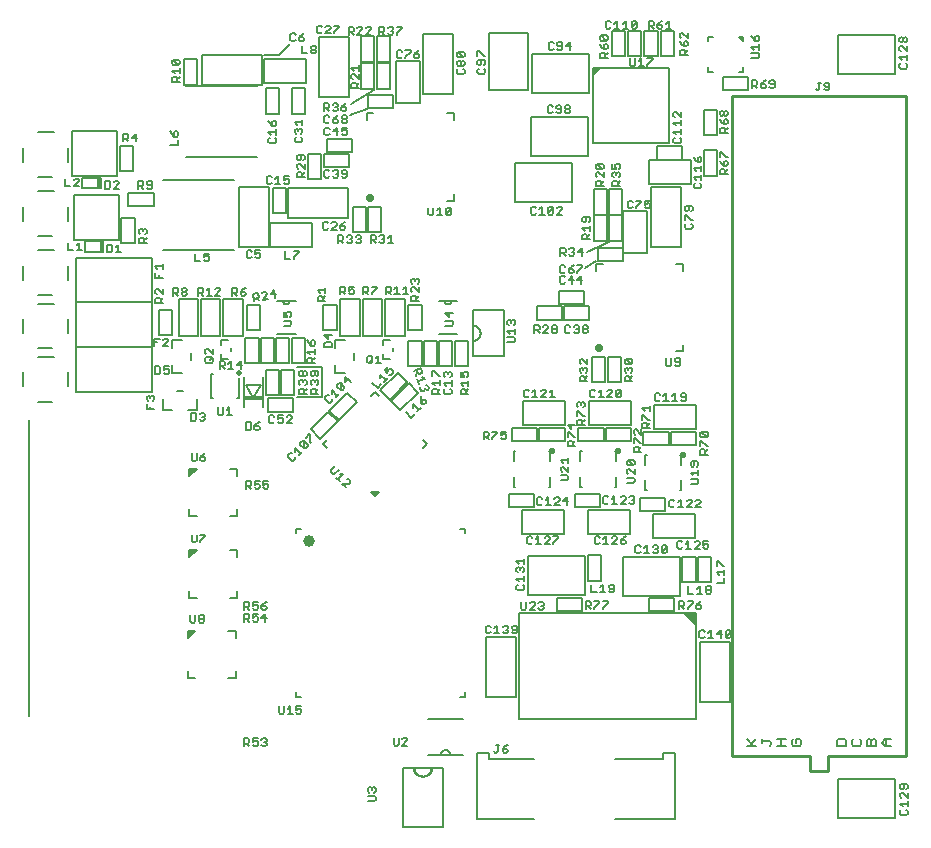
<source format=gto>
G75*
%MOIN*%
%OFA0B0*%
%FSLAX25Y25*%
%IPPOS*%
%LPD*%
%AMOC8*
5,1,8,0,0,1.08239X$1,22.5*
%
%ADD10C,0.00500*%
%ADD11C,0.00600*%
%ADD12R,0.06299X0.01250*%
%ADD13R,0.01220X0.03465*%
%ADD14C,0.03937*%
%ADD15C,0.01969*%
%ADD16C,0.02227*%
%ADD17C,0.01000*%
%ADD18C,0.00700*%
%ADD19C,0.02756*%
D10*
X0052772Y0083874D02*
X0052772Y0182299D01*
X0055921Y0188598D02*
X0060646Y0188598D01*
X0065764Y0193717D02*
X0065764Y0198441D01*
X0061039Y0203559D02*
X0055921Y0203559D01*
X0055921Y0206315D02*
X0060646Y0206315D01*
X0065764Y0211433D02*
X0065764Y0216157D01*
X0068543Y0221646D02*
X0068543Y0206732D01*
X0093693Y0206732D01*
X0093693Y0221646D01*
X0068543Y0221646D01*
X0068543Y0221693D02*
X0068543Y0236606D01*
X0093693Y0236606D01*
X0093693Y0221693D01*
X0068543Y0221693D01*
X0061039Y0221276D02*
X0055921Y0221276D01*
X0055921Y0224031D02*
X0060646Y0224031D01*
X0065764Y0229150D02*
X0065764Y0233874D01*
X0061039Y0238992D02*
X0055921Y0238992D01*
X0055921Y0243717D02*
X0060646Y0243717D01*
X0067713Y0242516D02*
X0082713Y0242516D01*
X0082713Y0257516D01*
X0067713Y0257516D01*
X0067713Y0242516D01*
X0071406Y0241980D02*
X0071406Y0238367D01*
X0076657Y0238367D01*
X0077641Y0238367D01*
X0077641Y0241980D01*
X0076657Y0241980D01*
X0071406Y0241980D01*
X0065764Y0248835D02*
X0065764Y0253559D01*
X0061039Y0258677D02*
X0055921Y0258677D01*
X0050803Y0253559D02*
X0050803Y0248835D01*
X0055921Y0263402D02*
X0060646Y0263402D01*
X0065764Y0268520D02*
X0065764Y0273244D01*
X0067319Y0278776D02*
X0082319Y0278776D01*
X0082319Y0263776D01*
X0067319Y0263776D01*
X0067319Y0278776D01*
X0061039Y0278362D02*
X0055921Y0278362D01*
X0050803Y0273244D02*
X0050803Y0268520D01*
X0070619Y0263239D02*
X0070619Y0259627D01*
X0075869Y0259627D01*
X0076854Y0259627D01*
X0076854Y0263239D01*
X0075869Y0263239D01*
X0070619Y0263239D01*
X0083249Y0265501D02*
X0083249Y0273901D01*
X0087649Y0273901D01*
X0087649Y0265501D01*
X0083249Y0265501D01*
X0085973Y0258121D02*
X0094373Y0258121D01*
X0094373Y0253721D01*
X0085973Y0253721D01*
X0085973Y0258121D01*
X0088043Y0249885D02*
X0083643Y0249885D01*
X0083643Y0241485D01*
X0088043Y0241485D01*
X0088043Y0249885D01*
X0097654Y0238992D02*
X0121276Y0238992D01*
X0122969Y0240016D02*
X0132969Y0240016D01*
X0132969Y0260016D01*
X0122969Y0260016D01*
X0122969Y0240016D01*
X0133173Y0240110D02*
X0133173Y0248110D01*
X0147173Y0248110D01*
X0147173Y0240110D01*
X0133173Y0240110D01*
X0134036Y0251328D02*
X0138436Y0251328D01*
X0138436Y0259728D01*
X0134036Y0259728D01*
X0134036Y0251328D01*
X0139228Y0249740D02*
X0139228Y0259740D01*
X0159228Y0259740D01*
X0159228Y0249740D01*
X0139228Y0249740D01*
X0145847Y0262745D02*
X0145847Y0271145D01*
X0150247Y0271145D01*
X0150247Y0262745D01*
X0145847Y0262745D01*
X0151217Y0266715D02*
X0151217Y0271115D01*
X0159617Y0271115D01*
X0159617Y0266715D01*
X0151217Y0266715D01*
X0152004Y0271833D02*
X0152004Y0276233D01*
X0160404Y0276233D01*
X0160404Y0271833D01*
X0152004Y0271833D01*
X0165370Y0282406D02*
X0165370Y0284661D01*
X0167626Y0284661D01*
X0165894Y0286398D02*
X0165894Y0290798D01*
X0174294Y0290798D01*
X0174294Y0286398D01*
X0165894Y0286398D01*
X0165370Y0286236D02*
X0159858Y0284268D01*
X0160055Y0287811D02*
X0167732Y0292339D01*
X0167921Y0292901D02*
X0163521Y0292901D01*
X0163521Y0301301D01*
X0167921Y0301301D01*
X0167921Y0292901D01*
X0168840Y0292901D02*
X0173240Y0292901D01*
X0173240Y0301301D01*
X0168840Y0301301D01*
X0168840Y0292901D01*
X0175150Y0288094D02*
X0175150Y0302094D01*
X0183150Y0302094D01*
X0183150Y0288094D01*
X0175150Y0288094D01*
X0184189Y0291197D02*
X0184189Y0311197D01*
X0194189Y0311197D01*
X0194189Y0291197D01*
X0184189Y0291197D01*
X0192248Y0284661D02*
X0194504Y0284661D01*
X0194504Y0282406D01*
X0206114Y0292484D02*
X0219114Y0292484D01*
X0219114Y0311484D01*
X0206114Y0311484D01*
X0206114Y0292484D01*
X0220437Y0291547D02*
X0220437Y0304547D01*
X0239437Y0304547D01*
X0239437Y0291547D01*
X0220437Y0291547D01*
X0220245Y0283379D02*
X0220245Y0270379D01*
X0239245Y0270379D01*
X0239245Y0283379D01*
X0220245Y0283379D01*
X0214925Y0268130D02*
X0214925Y0255130D01*
X0233925Y0255130D01*
X0233925Y0268130D01*
X0214925Y0268130D01*
X0194504Y0257783D02*
X0194504Y0255528D01*
X0192248Y0255528D01*
X0170326Y0253428D02*
X0170326Y0245028D01*
X0165926Y0245028D01*
X0165926Y0253428D01*
X0170326Y0253428D01*
X0165208Y0253428D02*
X0165208Y0245028D01*
X0160808Y0245028D01*
X0160808Y0253428D01*
X0165208Y0253428D01*
X0128756Y0270094D02*
X0105134Y0270094D01*
X0097654Y0262614D02*
X0121276Y0262614D01*
X0131780Y0284600D02*
X0131780Y0293000D01*
X0136180Y0293000D01*
X0136180Y0284600D01*
X0131780Y0284600D01*
X0140527Y0284602D02*
X0140527Y0293002D01*
X0144927Y0293002D01*
X0144927Y0284602D01*
X0140527Y0284602D01*
X0149637Y0290220D02*
X0159637Y0290220D01*
X0159637Y0310220D01*
X0149637Y0310220D01*
X0149637Y0290220D01*
X0145310Y0294938D02*
X0145310Y0302938D01*
X0131310Y0302938D01*
X0131310Y0294938D01*
X0145310Y0294938D01*
X0136039Y0304150D02*
X0131118Y0304150D01*
X0130488Y0304228D02*
X0130488Y0294228D01*
X0110488Y0294228D01*
X0110488Y0304228D01*
X0130488Y0304228D01*
X0136039Y0304150D02*
X0139780Y0307890D01*
X0128756Y0293717D02*
X0105134Y0293717D01*
X0104509Y0294241D02*
X0104509Y0302641D01*
X0108909Y0302641D01*
X0108909Y0294241D01*
X0104509Y0294241D01*
X0163521Y0301901D02*
X0167921Y0301901D01*
X0167921Y0310301D01*
X0163521Y0310301D01*
X0163521Y0301901D01*
X0168840Y0301901D02*
X0173240Y0301901D01*
X0173240Y0310301D01*
X0168840Y0310301D01*
X0168840Y0301901D01*
X0240966Y0299910D02*
X0240966Y0298729D01*
X0241753Y0299517D01*
X0241359Y0299517D01*
X0240966Y0299910D02*
X0242934Y0299910D01*
X0240966Y0297942D01*
X0240966Y0298335D01*
X0240966Y0298729D01*
X0240966Y0298335D02*
X0242147Y0299517D01*
X0242934Y0299910D02*
X0243328Y0299910D01*
X0240966Y0297548D01*
X0240966Y0297942D01*
X0240966Y0297548D02*
X0240966Y0274713D01*
X0266163Y0274713D01*
X0266163Y0299910D01*
X0243328Y0299910D01*
X0247132Y0303781D02*
X0251532Y0303781D01*
X0251532Y0312181D01*
X0247132Y0312181D01*
X0247132Y0303781D01*
X0252545Y0303781D02*
X0252545Y0312181D01*
X0256945Y0312181D01*
X0256945Y0303781D01*
X0252545Y0303781D01*
X0257959Y0303781D02*
X0262359Y0303781D01*
X0262359Y0312181D01*
X0257959Y0312181D01*
X0257959Y0303781D01*
X0263372Y0303781D02*
X0267772Y0303781D01*
X0267772Y0312181D01*
X0263372Y0312181D01*
X0263372Y0303781D01*
X0279150Y0300016D02*
X0279150Y0298441D01*
X0280724Y0298441D01*
X0284005Y0296704D02*
X0284005Y0292304D01*
X0292405Y0292304D01*
X0292405Y0296704D01*
X0284005Y0296704D01*
X0289386Y0298441D02*
X0290961Y0298441D01*
X0290961Y0300016D01*
X0290961Y0308677D02*
X0289386Y0310252D01*
X0290173Y0310252D01*
X0290567Y0309858D01*
X0290567Y0309465D01*
X0290173Y0309858D01*
X0290173Y0310252D02*
X0290961Y0310252D01*
X0290961Y0308677D01*
X0280724Y0310252D02*
X0279150Y0310252D01*
X0279150Y0308677D01*
X0277737Y0285712D02*
X0282137Y0285712D01*
X0282137Y0277312D01*
X0277737Y0277312D01*
X0277737Y0285712D01*
X0270559Y0273665D02*
X0262159Y0273665D01*
X0262159Y0269265D01*
X0270559Y0269265D01*
X0270559Y0273665D01*
X0277737Y0272326D02*
X0282137Y0272326D01*
X0282137Y0263926D01*
X0277737Y0263926D01*
X0277737Y0272326D01*
X0273359Y0268969D02*
X0273359Y0260969D01*
X0259359Y0260969D01*
X0259359Y0268969D01*
X0273359Y0268969D01*
X0270173Y0260016D02*
X0260173Y0260016D01*
X0260173Y0240016D01*
X0270173Y0240016D01*
X0270173Y0260016D01*
X0258937Y0252094D02*
X0250937Y0252094D01*
X0250937Y0238094D01*
X0258937Y0238094D01*
X0258937Y0252094D01*
X0250641Y0250934D02*
X0246241Y0250934D01*
X0246241Y0259334D01*
X0250641Y0259334D01*
X0250641Y0250934D01*
X0250641Y0250672D02*
X0250641Y0242272D01*
X0246241Y0242272D01*
X0246241Y0250672D01*
X0250641Y0250672D01*
X0245523Y0250672D02*
X0245523Y0242272D01*
X0241123Y0242272D01*
X0241123Y0250672D01*
X0245523Y0250672D01*
X0245523Y0250934D02*
X0241123Y0250934D01*
X0241123Y0259334D01*
X0245523Y0259334D01*
X0245523Y0250934D01*
X0246079Y0241945D02*
X0238795Y0238598D01*
X0242469Y0239775D02*
X0242469Y0235375D01*
X0250869Y0235375D01*
X0250869Y0239775D01*
X0242469Y0239775D01*
X0241748Y0235449D02*
X0238205Y0233087D01*
X0241748Y0232209D02*
X0241748Y0234465D01*
X0244004Y0234465D01*
X0237877Y0225444D02*
X0237877Y0221044D01*
X0229477Y0221044D01*
X0229477Y0225444D01*
X0237877Y0225444D01*
X0239649Y0220326D02*
X0231249Y0220326D01*
X0231249Y0215926D01*
X0239649Y0215926D01*
X0239649Y0220326D01*
X0230594Y0220326D02*
X0230594Y0215926D01*
X0222194Y0215926D01*
X0222194Y0220326D01*
X0230594Y0220326D01*
X0240335Y0203428D02*
X0244735Y0203428D01*
X0244735Y0195028D01*
X0240335Y0195028D01*
X0240335Y0203428D01*
X0245847Y0203428D02*
X0245847Y0195028D01*
X0250247Y0195028D01*
X0250247Y0203428D01*
X0245847Y0203428D01*
X0239472Y0188661D02*
X0239472Y0180661D01*
X0253472Y0180661D01*
X0253472Y0188661D01*
X0239472Y0188661D01*
X0231425Y0188661D02*
X0231425Y0180661D01*
X0217425Y0180661D01*
X0217425Y0188661D01*
X0231425Y0188661D01*
X0231381Y0179775D02*
X0222981Y0179775D01*
X0222981Y0175375D01*
X0231381Y0175375D01*
X0231381Y0179775D01*
X0235973Y0179775D02*
X0235973Y0175375D01*
X0244373Y0175375D01*
X0244373Y0179775D01*
X0235973Y0179775D01*
X0245028Y0179775D02*
X0245028Y0175375D01*
X0253428Y0175375D01*
X0253428Y0179775D01*
X0245028Y0179775D01*
X0257627Y0178594D02*
X0257627Y0174194D01*
X0266027Y0174194D01*
X0266027Y0178594D01*
X0257627Y0178594D01*
X0261126Y0179480D02*
X0261126Y0187480D01*
X0275126Y0187480D01*
X0275126Y0179480D01*
X0261126Y0179480D01*
X0266682Y0178594D02*
X0266682Y0174194D01*
X0275082Y0174194D01*
X0275082Y0178594D01*
X0266682Y0178594D01*
X0264846Y0156546D02*
X0256446Y0156546D01*
X0256446Y0152146D01*
X0264846Y0152146D01*
X0264846Y0156546D01*
X0260732Y0151260D02*
X0274732Y0151260D01*
X0274732Y0143260D01*
X0260732Y0143260D01*
X0260732Y0151260D01*
X0253079Y0152441D02*
X0253079Y0144441D01*
X0239079Y0144441D01*
X0239079Y0152441D01*
X0253079Y0152441D01*
X0243192Y0153328D02*
X0243192Y0157728D01*
X0234792Y0157728D01*
X0234792Y0153328D01*
X0243192Y0153328D01*
X0231031Y0152441D02*
X0231031Y0144441D01*
X0217031Y0144441D01*
X0217031Y0152441D01*
X0231031Y0152441D01*
X0221145Y0153328D02*
X0221145Y0157728D01*
X0212745Y0157728D01*
X0212745Y0153328D01*
X0221145Y0153328D01*
X0219256Y0137224D02*
X0238256Y0137224D01*
X0238256Y0124224D01*
X0219256Y0124224D01*
X0219256Y0137224D01*
X0228887Y0123082D02*
X0237287Y0123082D01*
X0237287Y0118682D01*
X0228887Y0118682D01*
X0228887Y0123082D01*
X0239154Y0128887D02*
X0239154Y0137287D01*
X0243554Y0137287D01*
X0243554Y0128887D01*
X0239154Y0128887D01*
X0250752Y0123831D02*
X0250752Y0136831D01*
X0269752Y0136831D01*
X0269752Y0123831D01*
X0250752Y0123831D01*
X0259595Y0123082D02*
X0259595Y0118682D01*
X0267995Y0118682D01*
X0267995Y0123082D01*
X0259595Y0123082D01*
X0270650Y0128493D02*
X0270650Y0136893D01*
X0275050Y0136893D01*
X0275050Y0128493D01*
X0270650Y0128493D01*
X0275769Y0128493D02*
X0275769Y0136893D01*
X0280169Y0136893D01*
X0280169Y0128493D01*
X0275769Y0128493D01*
X0275213Y0118126D02*
X0271276Y0118126D01*
X0275213Y0114189D01*
X0275213Y0118126D01*
X0275213Y0082693D01*
X0216157Y0082693D01*
X0216157Y0118126D01*
X0275213Y0118126D01*
X0275213Y0117632D02*
X0271770Y0117632D01*
X0272268Y0117133D02*
X0275213Y0117133D01*
X0275213Y0116635D02*
X0272767Y0116635D01*
X0273265Y0116136D02*
X0275213Y0116136D01*
X0275213Y0115638D02*
X0273764Y0115638D01*
X0274262Y0115139D02*
X0275213Y0115139D01*
X0275213Y0114641D02*
X0274761Y0114641D01*
X0276512Y0108441D02*
X0286512Y0108441D01*
X0286512Y0088441D01*
X0276512Y0088441D01*
X0276512Y0108441D01*
X0268055Y0071465D02*
X0264055Y0071465D01*
X0264055Y0069465D01*
X0248055Y0069465D01*
X0268055Y0071465D02*
X0268055Y0049465D01*
X0248055Y0049465D01*
X0221055Y0049465D02*
X0202055Y0049465D01*
X0202055Y0071465D01*
X0206055Y0071465D01*
X0206055Y0069465D01*
X0221055Y0069465D01*
X0197654Y0070882D02*
X0193323Y0070882D01*
X0190173Y0070882D01*
X0185843Y0070882D01*
X0190173Y0070882D02*
X0190175Y0070961D01*
X0190181Y0071039D01*
X0190191Y0071117D01*
X0190204Y0071194D01*
X0190222Y0071271D01*
X0190243Y0071346D01*
X0190268Y0071421D01*
X0190297Y0071494D01*
X0190329Y0071565D01*
X0190365Y0071635D01*
X0190404Y0071703D01*
X0190447Y0071769D01*
X0190493Y0071833D01*
X0190541Y0071894D01*
X0190593Y0071953D01*
X0190648Y0072009D01*
X0190706Y0072063D01*
X0190766Y0072113D01*
X0190829Y0072161D01*
X0190893Y0072205D01*
X0190961Y0072246D01*
X0191029Y0072284D01*
X0191100Y0072318D01*
X0191173Y0072348D01*
X0191246Y0072375D01*
X0191321Y0072398D01*
X0191398Y0072418D01*
X0191475Y0072433D01*
X0191552Y0072445D01*
X0191630Y0072453D01*
X0191709Y0072457D01*
X0191787Y0072457D01*
X0191866Y0072453D01*
X0191944Y0072445D01*
X0192021Y0072433D01*
X0192098Y0072418D01*
X0192175Y0072398D01*
X0192250Y0072375D01*
X0192323Y0072348D01*
X0192396Y0072318D01*
X0192467Y0072284D01*
X0192536Y0072246D01*
X0192603Y0072205D01*
X0192667Y0072161D01*
X0192730Y0072113D01*
X0192790Y0072063D01*
X0192848Y0072009D01*
X0192903Y0071953D01*
X0192955Y0071894D01*
X0193003Y0071833D01*
X0193049Y0071769D01*
X0193092Y0071703D01*
X0193131Y0071635D01*
X0193167Y0071565D01*
X0193199Y0071494D01*
X0193228Y0071421D01*
X0193253Y0071346D01*
X0193274Y0071271D01*
X0193292Y0071194D01*
X0193305Y0071117D01*
X0193315Y0071039D01*
X0193321Y0070961D01*
X0193323Y0070882D01*
X0197654Y0082693D02*
X0185843Y0082693D01*
X0205252Y0090016D02*
X0215252Y0090016D01*
X0215252Y0110016D01*
X0205252Y0110016D01*
X0205252Y0090016D01*
X0121669Y0096472D02*
X0121669Y0098835D01*
X0121669Y0096472D02*
X0119307Y0096472D01*
X0108283Y0096472D02*
X0105921Y0096472D01*
X0105921Y0098835D01*
X0105921Y0109858D02*
X0105921Y0111433D01*
X0106315Y0111827D01*
X0107496Y0111827D01*
X0106315Y0110646D01*
X0106315Y0111039D01*
X0106709Y0111433D01*
X0106315Y0111433D01*
X0105921Y0111433D02*
X0105921Y0112220D01*
X0108283Y0112220D01*
X0105921Y0109858D01*
X0119307Y0112220D02*
X0121669Y0112220D01*
X0121669Y0109858D01*
X0122063Y0123244D02*
X0122063Y0125606D01*
X0122063Y0123244D02*
X0119701Y0123244D01*
X0108677Y0123244D02*
X0106315Y0123244D01*
X0106315Y0125606D01*
X0106315Y0136630D02*
X0106315Y0138205D01*
X0106709Y0138598D01*
X0107890Y0138598D01*
X0106709Y0137417D01*
X0106709Y0137811D01*
X0107102Y0138205D01*
X0106709Y0138205D01*
X0106315Y0138205D02*
X0106315Y0138992D01*
X0108677Y0138992D01*
X0106315Y0136630D01*
X0119701Y0138992D02*
X0122063Y0138992D01*
X0122063Y0136630D01*
X0122063Y0150409D02*
X0122063Y0152772D01*
X0122063Y0150409D02*
X0119701Y0150409D01*
X0108677Y0150409D02*
X0106315Y0150409D01*
X0106315Y0152772D01*
X0106315Y0163795D02*
X0106315Y0165370D01*
X0106709Y0165764D01*
X0107890Y0165764D01*
X0106709Y0164583D01*
X0106709Y0164976D01*
X0107102Y0165370D01*
X0106709Y0165370D01*
X0106315Y0165370D02*
X0106315Y0166157D01*
X0108677Y0166157D01*
X0106315Y0163795D01*
X0119701Y0166157D02*
X0122063Y0166157D01*
X0122063Y0163795D01*
X0132430Y0185217D02*
X0132430Y0189617D01*
X0140830Y0189617D01*
X0140830Y0185217D01*
X0132430Y0185217D01*
X0131674Y0190698D02*
X0136074Y0190698D01*
X0136074Y0199098D01*
X0131674Y0199098D01*
X0131674Y0190698D01*
X0136792Y0190698D02*
X0141192Y0190698D01*
X0141192Y0199098D01*
X0136792Y0199098D01*
X0136792Y0190698D01*
X0142142Y0190173D02*
X0150409Y0190173D01*
X0150409Y0200016D01*
X0142142Y0200016D01*
X0140335Y0201328D02*
X0144735Y0201328D01*
X0144735Y0209728D01*
X0140335Y0209728D01*
X0140335Y0201328D01*
X0139617Y0201328D02*
X0135217Y0201328D01*
X0135217Y0209728D01*
X0139617Y0209728D01*
X0139617Y0201328D01*
X0134499Y0201328D02*
X0130099Y0201328D01*
X0130099Y0209728D01*
X0134499Y0209728D01*
X0134499Y0201328D01*
X0129381Y0201328D02*
X0124981Y0201328D01*
X0124981Y0209728D01*
X0129381Y0209728D01*
X0129381Y0201328D01*
X0122850Y0196472D02*
X0122850Y0189780D01*
X0122063Y0189780D01*
X0114189Y0189780D02*
X0113402Y0189780D01*
X0113402Y0197654D01*
X0114189Y0197654D01*
X0116945Y0202772D02*
X0116945Y0204346D01*
X0116945Y0202772D02*
X0119307Y0202772D01*
X0120094Y0205528D02*
X0120094Y0206315D01*
X0119307Y0209071D02*
X0116945Y0209071D01*
X0116945Y0207496D01*
X0116652Y0210301D02*
X0110152Y0210301D01*
X0110152Y0222801D01*
X0116652Y0222801D01*
X0116652Y0210301D01*
X0117632Y0210301D02*
X0124132Y0210301D01*
X0124132Y0222801D01*
X0117632Y0222801D01*
X0117632Y0210301D01*
X0109171Y0210301D02*
X0102671Y0210301D01*
X0102671Y0222801D01*
X0109171Y0222801D01*
X0109171Y0210301D01*
X0103965Y0209159D02*
X0100565Y0209159D01*
X0100565Y0206359D01*
X0100565Y0200759D02*
X0100565Y0197959D01*
X0103965Y0197959D01*
X0106865Y0202459D02*
X0106865Y0204659D01*
X0100641Y0210776D02*
X0096241Y0210776D01*
X0096241Y0219176D01*
X0100641Y0219176D01*
X0100641Y0210776D01*
X0093693Y0206685D02*
X0093693Y0191772D01*
X0068543Y0191772D01*
X0068543Y0206685D01*
X0093693Y0206685D01*
X0102065Y0192200D02*
X0104265Y0192200D01*
X0108765Y0189300D02*
X0108765Y0185900D01*
X0105965Y0185900D01*
X0100365Y0185900D02*
X0097565Y0185900D01*
X0097565Y0189300D01*
X0125375Y0212351D02*
X0125375Y0220751D01*
X0129775Y0220751D01*
X0129775Y0212351D01*
X0125375Y0212351D01*
X0150965Y0212351D02*
X0150965Y0220751D01*
X0155365Y0220751D01*
X0155365Y0212351D01*
X0150965Y0212351D01*
X0154896Y0209159D02*
X0154896Y0206359D01*
X0154896Y0209159D02*
X0158296Y0209159D01*
X0156608Y0210301D02*
X0163108Y0210301D01*
X0163108Y0222801D01*
X0156608Y0222801D01*
X0156608Y0210301D01*
X0161196Y0204659D02*
X0161196Y0202459D01*
X0158296Y0197959D02*
X0154896Y0197959D01*
X0154896Y0200759D01*
X0164089Y0210301D02*
X0170589Y0210301D01*
X0170589Y0222801D01*
X0164089Y0222801D01*
X0164089Y0210301D01*
X0170882Y0209071D02*
X0173244Y0209071D01*
X0171569Y0210301D02*
X0178069Y0210301D01*
X0178069Y0222801D01*
X0171569Y0222801D01*
X0171569Y0210301D01*
X0170882Y0209071D02*
X0170882Y0207496D01*
X0170882Y0204346D02*
X0170882Y0202772D01*
X0173244Y0202772D01*
X0174031Y0205528D02*
X0174031Y0206315D01*
X0179312Y0208940D02*
X0179312Y0200540D01*
X0183712Y0200540D01*
X0183712Y0208940D01*
X0179312Y0208940D01*
X0179312Y0212351D02*
X0179312Y0220751D01*
X0183712Y0220751D01*
X0183712Y0212351D01*
X0179312Y0212351D01*
X0184430Y0208940D02*
X0188830Y0208940D01*
X0188830Y0200540D01*
X0184430Y0200540D01*
X0184430Y0208940D01*
X0189548Y0208940D02*
X0193948Y0208940D01*
X0193948Y0200540D01*
X0189548Y0200540D01*
X0189548Y0208940D01*
X0194666Y0208940D02*
X0199066Y0208940D01*
X0199066Y0200540D01*
X0194666Y0200540D01*
X0194666Y0208940D01*
X0200803Y0208874D02*
X0200903Y0208876D01*
X0201004Y0208882D01*
X0201104Y0208892D01*
X0201203Y0208906D01*
X0201302Y0208923D01*
X0201400Y0208945D01*
X0201498Y0208970D01*
X0201594Y0208999D01*
X0201689Y0209032D01*
X0201782Y0209069D01*
X0201874Y0209109D01*
X0201965Y0209153D01*
X0202053Y0209200D01*
X0202140Y0209251D01*
X0202225Y0209305D01*
X0202307Y0209363D01*
X0202387Y0209423D01*
X0202465Y0209487D01*
X0202540Y0209554D01*
X0202612Y0209624D01*
X0202682Y0209696D01*
X0202749Y0209771D01*
X0202813Y0209849D01*
X0202873Y0209929D01*
X0202931Y0210011D01*
X0202985Y0210096D01*
X0203036Y0210183D01*
X0203083Y0210271D01*
X0203127Y0210362D01*
X0203167Y0210454D01*
X0203204Y0210547D01*
X0203237Y0210642D01*
X0203266Y0210738D01*
X0203291Y0210836D01*
X0203313Y0210934D01*
X0203330Y0211033D01*
X0203344Y0211132D01*
X0203354Y0211232D01*
X0203360Y0211333D01*
X0203362Y0211433D01*
X0203360Y0211533D01*
X0203354Y0211634D01*
X0203344Y0211734D01*
X0203330Y0211833D01*
X0203313Y0211932D01*
X0203291Y0212030D01*
X0203266Y0212128D01*
X0203237Y0212224D01*
X0203204Y0212319D01*
X0203167Y0212412D01*
X0203127Y0212504D01*
X0203083Y0212595D01*
X0203036Y0212683D01*
X0202985Y0212770D01*
X0202931Y0212855D01*
X0202873Y0212937D01*
X0202813Y0213017D01*
X0202749Y0213095D01*
X0202682Y0213170D01*
X0202612Y0213242D01*
X0202540Y0213312D01*
X0202465Y0213379D01*
X0202387Y0213443D01*
X0202307Y0213503D01*
X0202225Y0213561D01*
X0202140Y0213615D01*
X0202053Y0213666D01*
X0201965Y0213713D01*
X0201874Y0213757D01*
X0201782Y0213797D01*
X0201689Y0213834D01*
X0201594Y0213867D01*
X0201498Y0213896D01*
X0201400Y0213921D01*
X0201302Y0213943D01*
X0201203Y0213960D01*
X0201104Y0213974D01*
X0201004Y0213984D01*
X0200903Y0213990D01*
X0200803Y0213992D01*
X0178951Y0195131D02*
X0175839Y0198242D01*
X0169900Y0192302D01*
X0173011Y0189191D01*
X0178951Y0195131D01*
X0179383Y0194699D02*
X0182494Y0191587D01*
X0176554Y0185648D01*
X0173443Y0188759D01*
X0179383Y0194699D01*
X0162022Y0188438D02*
X0158910Y0191549D01*
X0152971Y0185609D01*
X0156082Y0182498D01*
X0162022Y0188438D01*
X0155722Y0182139D02*
X0149783Y0176199D01*
X0146671Y0179310D01*
X0152611Y0185250D01*
X0155722Y0182139D01*
X0213926Y0179775D02*
X0213926Y0175375D01*
X0222326Y0175375D01*
X0222326Y0179775D01*
X0213926Y0179775D01*
X0268626Y0205331D02*
X0270882Y0205331D01*
X0270882Y0207587D01*
X0270882Y0232209D02*
X0270882Y0234465D01*
X0268626Y0234465D01*
X0322406Y0297846D02*
X0322406Y0310846D01*
X0341406Y0310846D01*
X0341406Y0297846D01*
X0322406Y0297846D01*
X0050803Y0233874D02*
X0050803Y0229150D01*
X0050803Y0216157D02*
X0050803Y0211433D01*
X0050803Y0198441D02*
X0050803Y0193717D01*
X0322406Y0062815D02*
X0322406Y0049815D01*
X0341406Y0049815D01*
X0341406Y0062815D01*
X0322406Y0062815D01*
D11*
X0343184Y0060751D02*
X0343184Y0059900D01*
X0343609Y0059475D01*
X0344034Y0059475D01*
X0344460Y0059900D01*
X0344460Y0061176D01*
X0345310Y0061176D02*
X0343609Y0061176D01*
X0343184Y0060751D01*
X0345310Y0061176D02*
X0345735Y0060751D01*
X0345735Y0059900D01*
X0345310Y0059475D01*
X0345735Y0058276D02*
X0345735Y0056575D01*
X0344034Y0058276D01*
X0343609Y0058276D01*
X0343184Y0057850D01*
X0343184Y0057000D01*
X0343609Y0056575D01*
X0343184Y0054525D02*
X0345735Y0054525D01*
X0345735Y0053674D02*
X0345735Y0055376D01*
X0344034Y0053674D02*
X0343184Y0054525D01*
X0343609Y0052476D02*
X0343184Y0052050D01*
X0343184Y0051200D01*
X0343609Y0050774D01*
X0345310Y0050774D01*
X0345735Y0051200D01*
X0345735Y0052050D01*
X0345310Y0052476D01*
X0286713Y0110178D02*
X0286288Y0109753D01*
X0285437Y0109753D01*
X0285012Y0110178D01*
X0286713Y0111879D01*
X0286713Y0110178D01*
X0285012Y0110178D02*
X0285012Y0111879D01*
X0285437Y0112305D01*
X0286288Y0112305D01*
X0286713Y0111879D01*
X0283813Y0111029D02*
X0282112Y0111029D01*
X0283388Y0112305D01*
X0283388Y0109753D01*
X0280913Y0109753D02*
X0279212Y0109753D01*
X0280063Y0109753D02*
X0280063Y0112305D01*
X0279212Y0111454D01*
X0278013Y0111879D02*
X0277588Y0112305D01*
X0276737Y0112305D01*
X0276312Y0111879D01*
X0276312Y0110178D01*
X0276737Y0109753D01*
X0277588Y0109753D01*
X0278013Y0110178D01*
X0276514Y0119457D02*
X0276939Y0119883D01*
X0276939Y0120308D01*
X0276514Y0120733D01*
X0275238Y0120733D01*
X0275238Y0119883D01*
X0275663Y0119457D01*
X0276514Y0119457D01*
X0275238Y0120733D02*
X0276089Y0121584D01*
X0276939Y0122009D01*
X0277189Y0124576D02*
X0275488Y0124576D01*
X0276338Y0124576D02*
X0276338Y0127127D01*
X0275488Y0126277D01*
X0274289Y0124576D02*
X0272587Y0124576D01*
X0272587Y0127127D01*
X0272338Y0122009D02*
X0274039Y0122009D01*
X0274039Y0121584D01*
X0272338Y0119883D01*
X0272338Y0119457D01*
X0271139Y0119457D02*
X0270288Y0120308D01*
X0270714Y0120308D02*
X0269438Y0120308D01*
X0269438Y0119457D02*
X0269438Y0122009D01*
X0270714Y0122009D01*
X0271139Y0121584D01*
X0271139Y0120733D01*
X0270714Y0120308D01*
X0278388Y0125001D02*
X0278388Y0125426D01*
X0278813Y0125851D01*
X0279664Y0125851D01*
X0280089Y0125426D01*
X0280089Y0125001D01*
X0279664Y0124576D01*
X0278813Y0124576D01*
X0278388Y0125001D01*
X0278813Y0125851D02*
X0278388Y0126277D01*
X0278388Y0126702D01*
X0278813Y0127127D01*
X0279664Y0127127D01*
X0280089Y0126702D01*
X0280089Y0126277D01*
X0279664Y0125851D01*
X0282054Y0128005D02*
X0284606Y0128005D01*
X0284606Y0129706D01*
X0284606Y0130905D02*
X0284606Y0132606D01*
X0284606Y0131756D02*
X0282054Y0131756D01*
X0282904Y0130905D01*
X0282054Y0133805D02*
X0282054Y0135507D01*
X0282479Y0135507D01*
X0284180Y0133805D01*
X0284606Y0133805D01*
X0278883Y0139568D02*
X0278032Y0139568D01*
X0277607Y0139993D01*
X0277607Y0140844D02*
X0278457Y0141269D01*
X0278883Y0141269D01*
X0279308Y0140844D01*
X0279308Y0139993D01*
X0278883Y0139568D01*
X0277607Y0140844D02*
X0277607Y0142120D01*
X0279308Y0142120D01*
X0276408Y0141694D02*
X0276408Y0141269D01*
X0274707Y0139568D01*
X0276408Y0139568D01*
X0276408Y0141694D02*
X0275982Y0142120D01*
X0275132Y0142120D01*
X0274707Y0141694D01*
X0272657Y0142120D02*
X0272657Y0139568D01*
X0271806Y0139568D02*
X0273508Y0139568D01*
X0271806Y0141269D02*
X0272657Y0142120D01*
X0270607Y0141694D02*
X0270182Y0142120D01*
X0269332Y0142120D01*
X0268906Y0141694D01*
X0268906Y0139993D01*
X0269332Y0139568D01*
X0270182Y0139568D01*
X0270607Y0139993D01*
X0265390Y0140194D02*
X0263689Y0138493D01*
X0264115Y0138068D01*
X0264965Y0138068D01*
X0265390Y0138493D01*
X0265390Y0140194D01*
X0264965Y0140620D01*
X0264115Y0140620D01*
X0263689Y0140194D01*
X0263689Y0138493D01*
X0262490Y0138493D02*
X0262065Y0138068D01*
X0261214Y0138068D01*
X0260789Y0138493D01*
X0261640Y0139344D02*
X0262065Y0139344D01*
X0262490Y0138918D01*
X0262490Y0138493D01*
X0262065Y0139344D02*
X0262490Y0139769D01*
X0262490Y0140194D01*
X0262065Y0140620D01*
X0261214Y0140620D01*
X0260789Y0140194D01*
X0258740Y0140620D02*
X0258740Y0138068D01*
X0259590Y0138068D02*
X0257889Y0138068D01*
X0256690Y0138493D02*
X0256265Y0138068D01*
X0255414Y0138068D01*
X0254989Y0138493D01*
X0254989Y0140194D01*
X0255414Y0140620D01*
X0256265Y0140620D01*
X0256690Y0140194D01*
X0257889Y0139769D02*
X0258740Y0140620D01*
X0251749Y0141568D02*
X0251749Y0141993D01*
X0251323Y0142418D01*
X0250048Y0142418D01*
X0250048Y0141568D01*
X0250473Y0141143D01*
X0251323Y0141143D01*
X0251749Y0141568D01*
X0250898Y0143269D02*
X0250048Y0142418D01*
X0250898Y0143269D02*
X0251749Y0143694D01*
X0248849Y0143269D02*
X0248423Y0143694D01*
X0247573Y0143694D01*
X0247147Y0143269D01*
X0248849Y0143269D02*
X0248849Y0142844D01*
X0247147Y0141143D01*
X0248849Y0141143D01*
X0245949Y0141143D02*
X0244247Y0141143D01*
X0245098Y0141143D02*
X0245098Y0143694D01*
X0244247Y0142844D01*
X0243048Y0143269D02*
X0242623Y0143694D01*
X0241773Y0143694D01*
X0241347Y0143269D01*
X0241347Y0141568D01*
X0241773Y0141143D01*
X0242623Y0141143D01*
X0243048Y0141568D01*
X0244666Y0154497D02*
X0245517Y0154497D01*
X0245942Y0154922D01*
X0247141Y0154497D02*
X0248842Y0154497D01*
X0247992Y0154497D02*
X0247992Y0157049D01*
X0247141Y0156198D01*
X0245942Y0156623D02*
X0245517Y0157049D01*
X0244666Y0157049D01*
X0244241Y0156623D01*
X0244241Y0154922D01*
X0244666Y0154497D01*
X0250041Y0154497D02*
X0251742Y0156198D01*
X0251742Y0156623D01*
X0251317Y0157049D01*
X0250466Y0157049D01*
X0250041Y0156623D01*
X0250041Y0154497D02*
X0251742Y0154497D01*
X0252941Y0154922D02*
X0253367Y0154497D01*
X0254217Y0154497D01*
X0254642Y0154922D01*
X0254642Y0155347D01*
X0254217Y0155773D01*
X0253792Y0155773D01*
X0254217Y0155773D02*
X0254642Y0156198D01*
X0254642Y0156623D01*
X0254217Y0157049D01*
X0253367Y0157049D01*
X0252941Y0156623D01*
X0252121Y0161533D02*
X0254247Y0161533D01*
X0254672Y0161958D01*
X0254672Y0162809D01*
X0254247Y0163234D01*
X0252121Y0163234D01*
X0252546Y0164433D02*
X0252121Y0164858D01*
X0252121Y0165709D01*
X0252546Y0166134D01*
X0252971Y0166134D01*
X0254672Y0164433D01*
X0254672Y0166134D01*
X0254247Y0167333D02*
X0252546Y0169034D01*
X0254247Y0169034D01*
X0254672Y0168609D01*
X0254672Y0167758D01*
X0254247Y0167333D01*
X0252546Y0167333D01*
X0252121Y0167758D01*
X0252121Y0168609D01*
X0252546Y0169034D01*
X0254400Y0171800D02*
X0254400Y0173076D01*
X0254825Y0173501D01*
X0255676Y0173501D01*
X0256101Y0173076D01*
X0256101Y0171800D01*
X0256101Y0172651D02*
X0256952Y0173501D01*
X0256952Y0174700D02*
X0256527Y0174700D01*
X0254825Y0176401D01*
X0254400Y0176401D01*
X0254400Y0174700D01*
X0254400Y0171800D02*
X0256952Y0171800D01*
X0258283Y0170882D02*
X0258677Y0170882D01*
X0258283Y0170882D02*
X0258283Y0167535D01*
X0258283Y0162417D02*
X0258283Y0159071D01*
X0258677Y0159071D01*
X0266288Y0155442D02*
X0266288Y0153741D01*
X0266713Y0153316D01*
X0267564Y0153316D01*
X0267989Y0153741D01*
X0269188Y0153316D02*
X0270889Y0153316D01*
X0270039Y0153316D02*
X0270039Y0155868D01*
X0269188Y0155017D01*
X0267989Y0155442D02*
X0267564Y0155868D01*
X0266713Y0155868D01*
X0266288Y0155442D01*
X0269701Y0159071D02*
X0270094Y0159071D01*
X0270094Y0162417D01*
X0273380Y0162840D02*
X0275507Y0162840D01*
X0275932Y0162415D01*
X0275932Y0161564D01*
X0275507Y0161139D01*
X0273380Y0161139D01*
X0274231Y0164039D02*
X0273380Y0164890D01*
X0275932Y0164890D01*
X0275932Y0165740D02*
X0275932Y0164039D01*
X0275507Y0166939D02*
X0275932Y0167365D01*
X0275932Y0168215D01*
X0275507Y0168640D01*
X0273806Y0168640D01*
X0273380Y0168215D01*
X0273380Y0167365D01*
X0273806Y0166939D01*
X0274231Y0166939D01*
X0274656Y0167365D01*
X0274656Y0168640D01*
X0276542Y0170919D02*
X0276542Y0172194D01*
X0276967Y0172620D01*
X0277818Y0172620D01*
X0278243Y0172194D01*
X0278243Y0170919D01*
X0278243Y0171769D02*
X0279094Y0172620D01*
X0279094Y0173819D02*
X0278668Y0173819D01*
X0276967Y0175520D01*
X0276542Y0175520D01*
X0276542Y0173819D01*
X0276542Y0170919D02*
X0279094Y0170919D01*
X0278668Y0176719D02*
X0276967Y0178420D01*
X0278668Y0178420D01*
X0279094Y0177995D01*
X0279094Y0177144D01*
X0278668Y0176719D01*
X0276967Y0176719D01*
X0276542Y0177144D01*
X0276542Y0177995D01*
X0276967Y0178420D01*
X0270094Y0170882D02*
X0269701Y0170882D01*
X0270094Y0170882D02*
X0270094Y0167535D01*
X0272514Y0155868D02*
X0272088Y0155442D01*
X0272514Y0155868D02*
X0273364Y0155868D01*
X0273790Y0155442D01*
X0273790Y0155017D01*
X0272088Y0153316D01*
X0273790Y0153316D01*
X0274989Y0153316D02*
X0276690Y0155017D01*
X0276690Y0155442D01*
X0276264Y0155868D01*
X0275414Y0155868D01*
X0274989Y0155442D01*
X0274989Y0153316D02*
X0276690Y0153316D01*
X0248441Y0160252D02*
X0248047Y0160252D01*
X0248441Y0160252D02*
X0248441Y0163598D01*
X0248441Y0168717D02*
X0248441Y0172063D01*
X0248047Y0172063D01*
X0254400Y0178026D02*
X0254825Y0177600D01*
X0254400Y0178026D02*
X0254400Y0178876D01*
X0254825Y0179301D01*
X0255251Y0179301D01*
X0256952Y0177600D01*
X0256952Y0179301D01*
X0257156Y0179674D02*
X0257156Y0180950D01*
X0257581Y0181375D01*
X0258432Y0181375D01*
X0258857Y0180950D01*
X0258857Y0179674D01*
X0258857Y0180525D02*
X0259708Y0181375D01*
X0259708Y0182574D02*
X0259283Y0182574D01*
X0257581Y0184275D01*
X0257156Y0184275D01*
X0257156Y0182574D01*
X0257156Y0179674D02*
X0259708Y0179674D01*
X0259708Y0185474D02*
X0259708Y0187175D01*
X0259708Y0186325D02*
X0257156Y0186325D01*
X0258007Y0185474D01*
X0261426Y0189206D02*
X0261851Y0188780D01*
X0262702Y0188780D01*
X0263127Y0189206D01*
X0264326Y0188780D02*
X0266027Y0188780D01*
X0265177Y0188780D02*
X0265177Y0191332D01*
X0264326Y0190481D01*
X0263127Y0190907D02*
X0262702Y0191332D01*
X0261851Y0191332D01*
X0261426Y0190907D01*
X0261426Y0189206D01*
X0267226Y0188780D02*
X0268927Y0188780D01*
X0268077Y0188780D02*
X0268077Y0191332D01*
X0267226Y0190481D01*
X0270126Y0190481D02*
X0270552Y0190056D01*
X0271827Y0190056D01*
X0271827Y0189206D02*
X0271827Y0190907D01*
X0271402Y0191332D01*
X0270552Y0191332D01*
X0270126Y0190907D01*
X0270126Y0190481D01*
X0270126Y0189206D02*
X0270552Y0188780D01*
X0271402Y0188780D01*
X0271827Y0189206D01*
X0269384Y0200497D02*
X0268534Y0200497D01*
X0268109Y0200922D01*
X0268534Y0201773D02*
X0269810Y0201773D01*
X0269810Y0202623D02*
X0269384Y0203049D01*
X0268534Y0203049D01*
X0268109Y0202623D01*
X0268109Y0202198D01*
X0268534Y0201773D01*
X0269810Y0200922D02*
X0269810Y0202623D01*
X0269810Y0200922D02*
X0269384Y0200497D01*
X0266910Y0200922D02*
X0266910Y0203049D01*
X0265208Y0203049D02*
X0265208Y0200922D01*
X0265634Y0200497D01*
X0266484Y0200497D01*
X0266910Y0200922D01*
X0253897Y0201554D02*
X0253472Y0201128D01*
X0251770Y0202829D01*
X0253472Y0202829D01*
X0253897Y0202404D01*
X0253897Y0201554D01*
X0253472Y0201128D02*
X0251770Y0201128D01*
X0251345Y0201554D01*
X0251345Y0202404D01*
X0251770Y0202829D01*
X0251770Y0199929D02*
X0252196Y0199929D01*
X0252621Y0199504D01*
X0253046Y0199929D01*
X0253472Y0199929D01*
X0253897Y0199504D01*
X0253897Y0198653D01*
X0253472Y0198228D01*
X0252621Y0199079D02*
X0252621Y0199504D01*
X0251770Y0199929D02*
X0251345Y0199504D01*
X0251345Y0198653D01*
X0251770Y0198228D01*
X0251770Y0197029D02*
X0252621Y0197029D01*
X0253046Y0196604D01*
X0253046Y0195328D01*
X0253046Y0196179D02*
X0253897Y0197029D01*
X0253897Y0195328D02*
X0251345Y0195328D01*
X0251345Y0196604D01*
X0251770Y0197029D01*
X0249749Y0192513D02*
X0250174Y0192088D01*
X0248473Y0190387D01*
X0248898Y0189961D01*
X0249749Y0189961D01*
X0250174Y0190387D01*
X0250174Y0192088D01*
X0249749Y0192513D02*
X0248898Y0192513D01*
X0248473Y0192088D01*
X0248473Y0190387D01*
X0247274Y0189961D02*
X0245573Y0189961D01*
X0247274Y0191663D01*
X0247274Y0192088D01*
X0246849Y0192513D01*
X0245998Y0192513D01*
X0245573Y0192088D01*
X0243523Y0192513D02*
X0243523Y0189961D01*
X0242673Y0189961D02*
X0244374Y0189961D01*
X0242673Y0191663D02*
X0243523Y0192513D01*
X0241474Y0192088D02*
X0241048Y0192513D01*
X0240198Y0192513D01*
X0239772Y0192088D01*
X0239772Y0190387D01*
X0240198Y0189961D01*
X0241048Y0189961D01*
X0241474Y0190387D01*
X0238054Y0187931D02*
X0238054Y0187081D01*
X0237629Y0186655D01*
X0236778Y0187506D02*
X0236778Y0187931D01*
X0237204Y0188357D01*
X0237629Y0188357D01*
X0238054Y0187931D01*
X0236778Y0187931D02*
X0236353Y0188357D01*
X0235928Y0188357D01*
X0235503Y0187931D01*
X0235503Y0187081D01*
X0235928Y0186655D01*
X0235928Y0185456D02*
X0237629Y0183755D01*
X0238054Y0183755D01*
X0238054Y0182556D02*
X0237204Y0181706D01*
X0237204Y0182131D02*
X0237204Y0180855D01*
X0238054Y0180855D02*
X0235503Y0180855D01*
X0235503Y0182131D01*
X0235928Y0182556D01*
X0236778Y0182556D01*
X0237204Y0182131D01*
X0235503Y0183755D02*
X0235503Y0185456D01*
X0235928Y0185456D01*
X0234905Y0180845D02*
X0232353Y0180845D01*
X0233629Y0179569D01*
X0233629Y0181270D01*
X0232778Y0178370D02*
X0234479Y0176669D01*
X0234905Y0176669D01*
X0234905Y0175470D02*
X0234054Y0174619D01*
X0234054Y0175044D02*
X0234054Y0173769D01*
X0234905Y0173769D02*
X0232353Y0173769D01*
X0232353Y0175044D01*
X0232778Y0175470D01*
X0233629Y0175470D01*
X0234054Y0175044D01*
X0232353Y0176669D02*
X0232353Y0178370D01*
X0232778Y0178370D01*
X0236630Y0172063D02*
X0237024Y0172063D01*
X0236630Y0172063D02*
X0236630Y0168717D01*
X0232625Y0168971D02*
X0230073Y0168971D01*
X0230924Y0168120D01*
X0230924Y0166921D02*
X0230499Y0166921D01*
X0230073Y0166496D01*
X0230073Y0165646D01*
X0230499Y0165220D01*
X0230073Y0164021D02*
X0232200Y0164021D01*
X0232625Y0163596D01*
X0232625Y0162745D01*
X0232200Y0162320D01*
X0230073Y0162320D01*
X0232625Y0165220D02*
X0230924Y0166921D01*
X0232625Y0166921D02*
X0232625Y0165220D01*
X0232625Y0168120D02*
X0232625Y0169822D01*
X0226394Y0168717D02*
X0226394Y0172063D01*
X0226000Y0172063D01*
X0226394Y0163598D02*
X0226394Y0160252D01*
X0226000Y0160252D01*
X0225944Y0156655D02*
X0225944Y0154103D01*
X0225094Y0154103D02*
X0226795Y0154103D01*
X0227994Y0154103D02*
X0229695Y0155804D01*
X0229695Y0156230D01*
X0229270Y0156655D01*
X0228419Y0156655D01*
X0227994Y0156230D01*
X0225944Y0156655D02*
X0225094Y0155804D01*
X0223895Y0156230D02*
X0223470Y0156655D01*
X0222619Y0156655D01*
X0222194Y0156230D01*
X0222194Y0154528D01*
X0222619Y0154103D01*
X0223470Y0154103D01*
X0223895Y0154528D01*
X0227994Y0154103D02*
X0229695Y0154103D01*
X0230894Y0155379D02*
X0232595Y0155379D01*
X0232170Y0154103D02*
X0232170Y0156655D01*
X0230894Y0155379D01*
X0236630Y0160252D02*
X0236630Y0163598D01*
X0236630Y0160252D02*
X0237024Y0160252D01*
X0229308Y0143694D02*
X0229308Y0143269D01*
X0227607Y0141568D01*
X0227607Y0141143D01*
X0226408Y0141143D02*
X0224707Y0141143D01*
X0226408Y0142844D01*
X0226408Y0143269D01*
X0225982Y0143694D01*
X0225132Y0143694D01*
X0224707Y0143269D01*
X0222657Y0143694D02*
X0222657Y0141143D01*
X0221806Y0141143D02*
X0223508Y0141143D01*
X0221806Y0142844D02*
X0222657Y0143694D01*
X0220607Y0143269D02*
X0220182Y0143694D01*
X0219332Y0143694D01*
X0218906Y0143269D01*
X0218906Y0141568D01*
X0219332Y0141143D01*
X0220182Y0141143D01*
X0220607Y0141568D01*
X0217869Y0136257D02*
X0217869Y0134555D01*
X0217869Y0135406D02*
X0215318Y0135406D01*
X0216168Y0134555D01*
X0216168Y0133357D02*
X0216593Y0132931D01*
X0217019Y0133357D01*
X0217444Y0133357D01*
X0217869Y0132931D01*
X0217869Y0132081D01*
X0217444Y0131655D01*
X0216593Y0132506D02*
X0216593Y0132931D01*
X0216168Y0133357D02*
X0215743Y0133357D01*
X0215318Y0132931D01*
X0215318Y0132081D01*
X0215743Y0131655D01*
X0215318Y0129606D02*
X0217869Y0129606D01*
X0217869Y0130456D02*
X0217869Y0128755D01*
X0217444Y0127556D02*
X0217869Y0127131D01*
X0217869Y0126280D01*
X0217444Y0125855D01*
X0215743Y0125855D01*
X0215318Y0126280D01*
X0215318Y0127131D01*
X0215743Y0127556D01*
X0216168Y0128755D02*
X0215318Y0129606D01*
X0216851Y0121765D02*
X0216851Y0119639D01*
X0217276Y0119213D01*
X0218127Y0119213D01*
X0218552Y0119639D01*
X0218552Y0121765D01*
X0219751Y0121340D02*
X0220177Y0121765D01*
X0221027Y0121765D01*
X0221452Y0121340D01*
X0221452Y0120915D01*
X0219751Y0119213D01*
X0221452Y0119213D01*
X0222651Y0119639D02*
X0223077Y0119213D01*
X0223927Y0119213D01*
X0224353Y0119639D01*
X0224353Y0120064D01*
X0223927Y0120489D01*
X0223502Y0120489D01*
X0223927Y0120489D02*
X0224353Y0120915D01*
X0224353Y0121340D01*
X0223927Y0121765D01*
X0223077Y0121765D01*
X0222651Y0121340D01*
X0215028Y0113879D02*
X0214178Y0113879D01*
X0213752Y0113454D01*
X0213752Y0113029D01*
X0214178Y0112603D01*
X0215453Y0112603D01*
X0215453Y0111753D02*
X0215453Y0113454D01*
X0215028Y0113879D01*
X0215453Y0111753D02*
X0215028Y0111328D01*
X0214178Y0111328D01*
X0213752Y0111753D01*
X0212553Y0111753D02*
X0212128Y0111328D01*
X0211277Y0111328D01*
X0210852Y0111753D01*
X0211703Y0112603D02*
X0212128Y0112603D01*
X0212553Y0112178D01*
X0212553Y0111753D01*
X0212128Y0112603D02*
X0212553Y0113029D01*
X0212553Y0113454D01*
X0212128Y0113879D01*
X0211277Y0113879D01*
X0210852Y0113454D01*
X0208803Y0113879D02*
X0208803Y0111328D01*
X0209653Y0111328D02*
X0207952Y0111328D01*
X0206753Y0111753D02*
X0206328Y0111328D01*
X0205477Y0111328D01*
X0205052Y0111753D01*
X0205052Y0113454D01*
X0205477Y0113879D01*
X0206328Y0113879D01*
X0206753Y0113454D01*
X0207952Y0113029D02*
X0208803Y0113879D01*
X0238335Y0119457D02*
X0238335Y0122009D01*
X0239611Y0122009D01*
X0240037Y0121584D01*
X0240037Y0120733D01*
X0239611Y0120308D01*
X0238335Y0120308D01*
X0239186Y0120308D02*
X0240037Y0119457D01*
X0241236Y0119457D02*
X0241236Y0119883D01*
X0242937Y0121584D01*
X0242937Y0122009D01*
X0241236Y0122009D01*
X0244136Y0122009D02*
X0245837Y0122009D01*
X0245837Y0121584D01*
X0244136Y0119883D01*
X0244136Y0119457D01*
X0244055Y0124969D02*
X0244055Y0127521D01*
X0243204Y0126670D01*
X0243204Y0124969D02*
X0244905Y0124969D01*
X0246104Y0125395D02*
X0246529Y0124969D01*
X0247380Y0124969D01*
X0247805Y0125395D01*
X0247805Y0127096D01*
X0247380Y0127521D01*
X0246529Y0127521D01*
X0246104Y0127096D01*
X0246104Y0126670D01*
X0246529Y0126245D01*
X0247805Y0126245D01*
X0242005Y0124969D02*
X0240304Y0124969D01*
X0240304Y0127521D01*
X0229308Y0143694D02*
X0227607Y0143694D01*
X0214976Y0160252D02*
X0214583Y0160252D01*
X0214583Y0163598D01*
X0214583Y0168717D02*
X0214583Y0172063D01*
X0214976Y0172063D01*
X0211459Y0176056D02*
X0210609Y0176056D01*
X0210183Y0176481D01*
X0210183Y0177332D02*
X0211034Y0177757D01*
X0211459Y0177757D01*
X0211885Y0177332D01*
X0211885Y0176481D01*
X0211459Y0176056D01*
X0210183Y0177332D02*
X0210183Y0178608D01*
X0211885Y0178608D01*
X0208984Y0178608D02*
X0208984Y0178182D01*
X0207283Y0176481D01*
X0207283Y0176056D01*
X0206084Y0176056D02*
X0205234Y0176906D01*
X0205659Y0176906D02*
X0204383Y0176906D01*
X0204383Y0176056D02*
X0204383Y0178608D01*
X0205659Y0178608D01*
X0206084Y0178182D01*
X0206084Y0177332D01*
X0205659Y0176906D01*
X0207283Y0178608D02*
X0208984Y0178608D01*
X0218150Y0189961D02*
X0219001Y0189961D01*
X0219426Y0190387D01*
X0220625Y0189961D02*
X0222326Y0189961D01*
X0221476Y0189961D02*
X0221476Y0192513D01*
X0220625Y0191663D01*
X0219426Y0192088D02*
X0219001Y0192513D01*
X0218150Y0192513D01*
X0217725Y0192088D01*
X0217725Y0190387D01*
X0218150Y0189961D01*
X0223525Y0189961D02*
X0225227Y0191663D01*
X0225227Y0192088D01*
X0224801Y0192513D01*
X0223951Y0192513D01*
X0223525Y0192088D01*
X0223525Y0189961D02*
X0225227Y0189961D01*
X0226426Y0189961D02*
X0228127Y0189961D01*
X0227276Y0189961D02*
X0227276Y0192513D01*
X0226426Y0191663D01*
X0236384Y0195328D02*
X0236384Y0196604D01*
X0236810Y0197029D01*
X0237660Y0197029D01*
X0238086Y0196604D01*
X0238086Y0195328D01*
X0238936Y0195328D02*
X0236384Y0195328D01*
X0238086Y0196179D02*
X0238936Y0197029D01*
X0238511Y0198228D02*
X0238936Y0198653D01*
X0238936Y0199504D01*
X0238511Y0199929D01*
X0238086Y0199929D01*
X0237660Y0199504D01*
X0237660Y0199079D01*
X0237660Y0199504D02*
X0237235Y0199929D01*
X0236810Y0199929D01*
X0236384Y0199504D01*
X0236384Y0198653D01*
X0236810Y0198228D01*
X0236810Y0201128D02*
X0236384Y0201554D01*
X0236384Y0202404D01*
X0236810Y0202829D01*
X0237235Y0202829D01*
X0238936Y0201128D01*
X0238936Y0202829D01*
X0238625Y0211489D02*
X0237774Y0211489D01*
X0237349Y0211914D01*
X0237349Y0212340D01*
X0237774Y0212765D01*
X0238625Y0212765D01*
X0239050Y0212340D01*
X0239050Y0211914D01*
X0238625Y0211489D01*
X0238625Y0212765D02*
X0239050Y0213190D01*
X0239050Y0213615D01*
X0238625Y0214041D01*
X0237774Y0214041D01*
X0237349Y0213615D01*
X0237349Y0213190D01*
X0237774Y0212765D01*
X0236150Y0213190D02*
X0235724Y0212765D01*
X0236150Y0212340D01*
X0236150Y0211914D01*
X0235724Y0211489D01*
X0234874Y0211489D01*
X0234449Y0211914D01*
X0233250Y0211914D02*
X0232824Y0211489D01*
X0231974Y0211489D01*
X0231548Y0211914D01*
X0231548Y0213615D01*
X0231974Y0214041D01*
X0232824Y0214041D01*
X0233250Y0213615D01*
X0234449Y0213615D02*
X0234874Y0214041D01*
X0235724Y0214041D01*
X0236150Y0213615D01*
X0236150Y0213190D01*
X0235724Y0212765D02*
X0235299Y0212765D01*
X0228814Y0213190D02*
X0228388Y0212765D01*
X0227538Y0212765D01*
X0227112Y0213190D01*
X0227112Y0213615D01*
X0227538Y0214041D01*
X0228388Y0214041D01*
X0228814Y0213615D01*
X0228814Y0213190D01*
X0228388Y0212765D02*
X0228814Y0212340D01*
X0228814Y0211914D01*
X0228388Y0211489D01*
X0227538Y0211489D01*
X0227112Y0211914D01*
X0227112Y0212340D01*
X0227538Y0212765D01*
X0225914Y0213190D02*
X0225914Y0213615D01*
X0225488Y0214041D01*
X0224638Y0214041D01*
X0224212Y0213615D01*
X0223013Y0213615D02*
X0223013Y0212765D01*
X0222588Y0212340D01*
X0221312Y0212340D01*
X0222163Y0212340D02*
X0223013Y0211489D01*
X0224212Y0211489D02*
X0225914Y0213190D01*
X0225914Y0211489D02*
X0224212Y0211489D01*
X0223013Y0213615D02*
X0222588Y0214041D01*
X0221312Y0214041D01*
X0221312Y0211489D01*
X0214873Y0211188D02*
X0214873Y0212889D01*
X0214873Y0212039D02*
X0212321Y0212039D01*
X0213172Y0211188D01*
X0212321Y0209989D02*
X0214448Y0209989D01*
X0214873Y0209564D01*
X0214873Y0208713D01*
X0214448Y0208288D01*
X0212321Y0208288D01*
X0211039Y0203756D02*
X0200803Y0203756D01*
X0200803Y0219110D01*
X0211039Y0219110D01*
X0211039Y0203756D01*
X0199253Y0198080D02*
X0199253Y0197229D01*
X0198827Y0196804D01*
X0197977Y0196804D02*
X0197551Y0197654D01*
X0197551Y0198080D01*
X0197977Y0198505D01*
X0198827Y0198505D01*
X0199253Y0198080D01*
X0197977Y0196804D02*
X0196701Y0196804D01*
X0196701Y0198505D01*
X0193688Y0198091D02*
X0193688Y0197241D01*
X0193262Y0196815D01*
X0192412Y0197666D02*
X0192412Y0198091D01*
X0192837Y0198516D01*
X0193262Y0198516D01*
X0193688Y0198091D01*
X0192412Y0198091D02*
X0191987Y0198516D01*
X0191561Y0198516D01*
X0191136Y0198091D01*
X0191136Y0197241D01*
X0191561Y0196815D01*
X0189861Y0196959D02*
X0189436Y0196959D01*
X0187735Y0198660D01*
X0187310Y0198660D01*
X0187310Y0196959D01*
X0187310Y0194909D02*
X0189861Y0194909D01*
X0189861Y0194059D02*
X0189861Y0195760D01*
X0191136Y0194766D02*
X0193688Y0194766D01*
X0193688Y0195616D02*
X0193688Y0193915D01*
X0193262Y0192716D02*
X0193688Y0192291D01*
X0193688Y0191440D01*
X0193262Y0191015D01*
X0191561Y0191015D01*
X0191136Y0191440D01*
X0191136Y0192291D01*
X0191561Y0192716D01*
X0191987Y0193915D02*
X0191136Y0194766D01*
X0189861Y0192860D02*
X0189011Y0192009D01*
X0189011Y0192435D02*
X0189011Y0191159D01*
X0189861Y0191159D02*
X0187310Y0191159D01*
X0187310Y0192435D01*
X0187735Y0192860D01*
X0188586Y0192860D01*
X0189011Y0192435D01*
X0188160Y0194059D02*
X0187310Y0194909D01*
X0185718Y0193929D02*
X0186018Y0193133D01*
X0185771Y0192585D01*
X0185373Y0192435D01*
X0184825Y0192682D01*
X0184577Y0192134D01*
X0184179Y0191984D01*
X0183631Y0192231D01*
X0183330Y0193027D01*
X0183578Y0193575D01*
X0184674Y0193080D02*
X0184825Y0192682D01*
X0185169Y0194176D02*
X0185718Y0193929D01*
X0184843Y0196244D02*
X0182456Y0195342D01*
X0182756Y0194546D02*
X0182155Y0196138D01*
X0181731Y0197259D02*
X0182226Y0198355D01*
X0182377Y0197958D02*
X0181926Y0199151D01*
X0181130Y0198850D02*
X0183517Y0199752D01*
X0183968Y0198559D01*
X0183720Y0198011D01*
X0182925Y0197710D01*
X0182377Y0197958D01*
X0183746Y0196739D02*
X0184843Y0196244D01*
X0183645Y0190346D02*
X0183345Y0189444D01*
X0183345Y0188241D01*
X0184247Y0189143D01*
X0184848Y0189143D01*
X0185149Y0188843D01*
X0185149Y0188241D01*
X0184548Y0187640D01*
X0183946Y0187640D01*
X0183345Y0188241D01*
X0183399Y0186491D02*
X0182196Y0185288D01*
X0182798Y0185890D02*
X0180993Y0187694D01*
X0180993Y0186491D01*
X0181348Y0184441D02*
X0180146Y0183238D01*
X0178341Y0185042D01*
X0169465Y0190481D02*
X0168126Y0191820D01*
X0166787Y0190481D01*
X0169122Y0193080D02*
X0170325Y0194283D01*
X0171173Y0195131D02*
X0172375Y0196334D01*
X0171774Y0195732D02*
X0169970Y0197537D01*
X0169970Y0196334D01*
X0172321Y0198084D02*
X0172622Y0198986D01*
X0172923Y0199287D01*
X0173524Y0199287D01*
X0174125Y0198685D01*
X0174125Y0198084D01*
X0173524Y0197482D01*
X0172923Y0197482D01*
X0172321Y0198084D02*
X0171419Y0198986D01*
X0172622Y0200189D01*
X0170178Y0201293D02*
X0168477Y0201293D01*
X0169328Y0201293D02*
X0169328Y0203845D01*
X0168477Y0202994D01*
X0167278Y0203419D02*
X0167278Y0201718D01*
X0166853Y0201293D01*
X0166002Y0201293D01*
X0165577Y0201718D01*
X0165577Y0203419D01*
X0166002Y0203845D01*
X0166853Y0203845D01*
X0167278Y0203419D01*
X0166427Y0202143D02*
X0167278Y0201293D01*
X0167317Y0194885D02*
X0169122Y0193080D01*
X0160034Y0195016D02*
X0158230Y0196821D01*
X0158230Y0195016D01*
X0159433Y0196219D01*
X0157984Y0193567D02*
X0157984Y0192966D01*
X0157382Y0192364D01*
X0156781Y0192364D01*
X0156781Y0194770D01*
X0157984Y0193567D01*
X0156781Y0192364D02*
X0155578Y0193567D01*
X0155578Y0194168D01*
X0156179Y0194770D01*
X0156781Y0194770D01*
X0156234Y0191216D02*
X0155031Y0190013D01*
X0155632Y0190614D02*
X0153828Y0192419D01*
X0153828Y0191216D01*
X0152679Y0190669D02*
X0152078Y0190669D01*
X0151476Y0190067D01*
X0151476Y0189466D01*
X0152679Y0188263D01*
X0153281Y0188263D01*
X0153882Y0188864D01*
X0153882Y0189466D01*
X0149322Y0191222D02*
X0146770Y0191222D01*
X0146770Y0192498D01*
X0147196Y0192923D01*
X0148046Y0192923D01*
X0148471Y0192498D01*
X0148471Y0191222D01*
X0148471Y0192072D02*
X0149322Y0192923D01*
X0148897Y0194122D02*
X0149322Y0194547D01*
X0149322Y0195398D01*
X0148897Y0195823D01*
X0148471Y0195823D01*
X0148046Y0195398D01*
X0148046Y0194972D01*
X0148046Y0195398D02*
X0147621Y0195823D01*
X0147196Y0195823D01*
X0146770Y0195398D01*
X0146770Y0194547D01*
X0147196Y0194122D01*
X0145385Y0194547D02*
X0144960Y0194122D01*
X0145385Y0194547D02*
X0145385Y0195398D01*
X0144960Y0195823D01*
X0144534Y0195823D01*
X0144109Y0195398D01*
X0144109Y0194972D01*
X0144109Y0195398D02*
X0143684Y0195823D01*
X0143259Y0195823D01*
X0142833Y0195398D01*
X0142833Y0194547D01*
X0143259Y0194122D01*
X0143259Y0192923D02*
X0144109Y0192923D01*
X0144534Y0192498D01*
X0144534Y0191222D01*
X0144534Y0192072D02*
X0145385Y0192923D01*
X0145385Y0191222D02*
X0142833Y0191222D01*
X0142833Y0192498D01*
X0143259Y0192923D01*
X0143259Y0197022D02*
X0143684Y0197022D01*
X0144109Y0197447D01*
X0144109Y0198298D01*
X0144534Y0198723D01*
X0144960Y0198723D01*
X0145385Y0198298D01*
X0145385Y0197447D01*
X0144960Y0197022D01*
X0144534Y0197022D01*
X0144109Y0197447D01*
X0144109Y0198298D02*
X0143684Y0198723D01*
X0143259Y0198723D01*
X0142833Y0198298D01*
X0142833Y0197447D01*
X0143259Y0197022D01*
X0146770Y0197447D02*
X0147196Y0197022D01*
X0147621Y0197022D01*
X0148046Y0197447D01*
X0148046Y0198723D01*
X0147196Y0198723D02*
X0146770Y0198298D01*
X0146770Y0197447D01*
X0147196Y0198723D02*
X0148897Y0198723D01*
X0149322Y0198298D01*
X0149322Y0197447D01*
X0148897Y0197022D01*
X0148153Y0201456D02*
X0145601Y0201456D01*
X0145601Y0202732D01*
X0146027Y0203157D01*
X0146877Y0203157D01*
X0147303Y0202732D01*
X0147303Y0201456D01*
X0147303Y0202307D02*
X0148153Y0203157D01*
X0148153Y0204356D02*
X0148153Y0206057D01*
X0148153Y0205207D02*
X0145601Y0205207D01*
X0146452Y0204356D01*
X0146877Y0207256D02*
X0146027Y0208107D01*
X0145601Y0208957D01*
X0146877Y0208532D02*
X0146877Y0207256D01*
X0147728Y0207256D01*
X0148153Y0207681D01*
X0148153Y0208532D01*
X0147728Y0208957D01*
X0147303Y0208957D01*
X0146877Y0208532D01*
X0151305Y0207896D02*
X0151305Y0206620D01*
X0153857Y0206620D01*
X0153857Y0207896D01*
X0153431Y0208321D01*
X0151730Y0208321D01*
X0151305Y0207896D01*
X0152581Y0209520D02*
X0152581Y0211221D01*
X0153857Y0210796D02*
X0151305Y0210796D01*
X0152581Y0209520D01*
X0141673Y0210953D02*
X0135524Y0210953D01*
X0137715Y0213898D02*
X0139842Y0213898D01*
X0140267Y0214324D01*
X0140267Y0215174D01*
X0139842Y0215600D01*
X0137715Y0215600D01*
X0137715Y0216799D02*
X0138991Y0216799D01*
X0138566Y0217649D01*
X0138566Y0218074D01*
X0138991Y0218500D01*
X0139842Y0218500D01*
X0140267Y0218074D01*
X0140267Y0217224D01*
X0139842Y0216799D01*
X0137715Y0216799D02*
X0137715Y0218500D01*
X0137598Y0222051D02*
X0137600Y0221989D01*
X0137606Y0221928D01*
X0137615Y0221867D01*
X0137628Y0221807D01*
X0137645Y0221748D01*
X0137666Y0221690D01*
X0137690Y0221633D01*
X0137717Y0221578D01*
X0137748Y0221525D01*
X0137782Y0221473D01*
X0137819Y0221424D01*
X0137859Y0221377D01*
X0137902Y0221333D01*
X0137947Y0221292D01*
X0137995Y0221253D01*
X0138046Y0221217D01*
X0138098Y0221185D01*
X0138152Y0221156D01*
X0138208Y0221130D01*
X0138266Y0221108D01*
X0138324Y0221089D01*
X0138384Y0221074D01*
X0138445Y0221063D01*
X0138506Y0221055D01*
X0138567Y0221051D01*
X0138629Y0221051D01*
X0138690Y0221055D01*
X0138751Y0221063D01*
X0138812Y0221074D01*
X0138872Y0221089D01*
X0138930Y0221108D01*
X0138988Y0221130D01*
X0139044Y0221156D01*
X0139098Y0221185D01*
X0139150Y0221217D01*
X0139201Y0221253D01*
X0139249Y0221292D01*
X0139294Y0221333D01*
X0139337Y0221377D01*
X0139377Y0221424D01*
X0139414Y0221473D01*
X0139448Y0221525D01*
X0139479Y0221578D01*
X0139506Y0221633D01*
X0139530Y0221690D01*
X0139551Y0221748D01*
X0139568Y0221807D01*
X0139581Y0221867D01*
X0139590Y0221928D01*
X0139596Y0221989D01*
X0139598Y0222051D01*
X0141673Y0222154D02*
X0135524Y0222154D01*
X0134939Y0223264D02*
X0134496Y0225777D01*
X0133461Y0224299D01*
X0135136Y0224595D01*
X0132206Y0224510D02*
X0132132Y0224929D01*
X0131640Y0225274D01*
X0130802Y0225126D01*
X0130457Y0224633D01*
X0129276Y0224425D02*
X0129424Y0223587D01*
X0129079Y0223095D01*
X0127823Y0222873D01*
X0128660Y0223021D02*
X0129646Y0222331D01*
X0130826Y0222539D02*
X0132206Y0224510D01*
X0132502Y0222835D02*
X0130826Y0222539D01*
X0129276Y0224425D02*
X0128784Y0224770D01*
X0127527Y0224549D01*
X0127970Y0222036D01*
X0125043Y0224370D02*
X0125043Y0224795D01*
X0124618Y0225221D01*
X0123342Y0225221D01*
X0123342Y0224370D01*
X0123767Y0223945D01*
X0124618Y0223945D01*
X0125043Y0224370D01*
X0124193Y0226071D02*
X0123342Y0225221D01*
X0122143Y0225221D02*
X0121718Y0224795D01*
X0120442Y0224795D01*
X0120442Y0223945D02*
X0120442Y0226497D01*
X0121718Y0226497D01*
X0122143Y0226071D01*
X0122143Y0225221D01*
X0121293Y0224795D02*
X0122143Y0223945D01*
X0124193Y0226071D02*
X0125043Y0226497D01*
X0116651Y0226071D02*
X0116225Y0226497D01*
X0115375Y0226497D01*
X0114950Y0226071D01*
X0116651Y0226071D02*
X0116651Y0225646D01*
X0114950Y0223945D01*
X0116651Y0223945D01*
X0113751Y0223945D02*
X0112049Y0223945D01*
X0112900Y0223945D02*
X0112900Y0226497D01*
X0112049Y0225646D01*
X0110851Y0225221D02*
X0110425Y0224795D01*
X0109149Y0224795D01*
X0109149Y0223945D02*
X0109149Y0226497D01*
X0110425Y0226497D01*
X0110851Y0226071D01*
X0110851Y0225221D01*
X0110000Y0224795D02*
X0110851Y0223945D01*
X0105369Y0224356D02*
X0104943Y0223931D01*
X0104093Y0223931D01*
X0103667Y0224356D01*
X0103667Y0224781D01*
X0104093Y0225207D01*
X0104943Y0225207D01*
X0105369Y0224781D01*
X0105369Y0224356D01*
X0104943Y0225207D02*
X0105369Y0225632D01*
X0105369Y0226057D01*
X0104943Y0226482D01*
X0104093Y0226482D01*
X0103667Y0226057D01*
X0103667Y0225632D01*
X0104093Y0225207D01*
X0102468Y0225207D02*
X0102043Y0224781D01*
X0100767Y0224781D01*
X0100767Y0223931D02*
X0100767Y0226482D01*
X0102043Y0226482D01*
X0102468Y0226057D01*
X0102468Y0225207D01*
X0101618Y0224781D02*
X0102468Y0223931D01*
X0097543Y0224471D02*
X0095842Y0226172D01*
X0095417Y0226172D01*
X0094992Y0225746D01*
X0094992Y0224896D01*
X0095417Y0224471D01*
X0095417Y0223272D02*
X0096267Y0223272D01*
X0096693Y0222846D01*
X0096693Y0221570D01*
X0097543Y0221570D02*
X0094992Y0221570D01*
X0094992Y0222846D01*
X0095417Y0223272D01*
X0096693Y0222421D02*
X0097543Y0223272D01*
X0097543Y0224471D02*
X0097543Y0226172D01*
X0097354Y0229896D02*
X0094802Y0229896D01*
X0094802Y0231597D01*
X0095652Y0232796D02*
X0094802Y0233647D01*
X0097354Y0233647D01*
X0097354Y0234497D02*
X0097354Y0232796D01*
X0096078Y0230747D02*
X0096078Y0229896D01*
X0108190Y0235355D02*
X0109891Y0235355D01*
X0111090Y0235780D02*
X0111515Y0235355D01*
X0112366Y0235355D01*
X0112791Y0235780D01*
X0112791Y0236631D01*
X0112366Y0237056D01*
X0111940Y0237056D01*
X0111090Y0236631D01*
X0111090Y0237907D01*
X0112791Y0237907D01*
X0108190Y0237907D02*
X0108190Y0235355D01*
X0092086Y0241535D02*
X0089534Y0241535D01*
X0089534Y0242811D01*
X0089959Y0243236D01*
X0090810Y0243236D01*
X0091235Y0242811D01*
X0091235Y0241535D01*
X0091235Y0242386D02*
X0092086Y0243236D01*
X0091661Y0244435D02*
X0092086Y0244861D01*
X0092086Y0245711D01*
X0091661Y0246137D01*
X0091235Y0246137D01*
X0090810Y0245711D01*
X0090810Y0245286D01*
X0090810Y0245711D02*
X0090385Y0246137D01*
X0089959Y0246137D01*
X0089534Y0245711D01*
X0089534Y0244861D01*
X0089959Y0244435D01*
X0082637Y0240907D02*
X0082637Y0238355D01*
X0081787Y0238355D02*
X0083488Y0238355D01*
X0081787Y0240056D02*
X0082637Y0240907D01*
X0080588Y0240482D02*
X0080163Y0240907D01*
X0078887Y0240907D01*
X0078887Y0238355D01*
X0080163Y0238355D01*
X0080588Y0238780D01*
X0080588Y0240482D01*
X0070508Y0239056D02*
X0068806Y0239056D01*
X0069657Y0239056D02*
X0069657Y0241608D01*
X0068806Y0240757D01*
X0067607Y0239056D02*
X0065906Y0239056D01*
X0065906Y0241608D01*
X0066637Y0260326D02*
X0064936Y0260326D01*
X0064936Y0262878D01*
X0067836Y0262453D02*
X0068262Y0262878D01*
X0069112Y0262878D01*
X0069538Y0262453D01*
X0069538Y0262027D01*
X0067836Y0260326D01*
X0069538Y0260326D01*
X0078099Y0259615D02*
X0079375Y0259615D01*
X0079800Y0260040D01*
X0079800Y0261741D01*
X0079375Y0262167D01*
X0078099Y0262167D01*
X0078099Y0259615D01*
X0080999Y0259615D02*
X0082701Y0261316D01*
X0082701Y0261741D01*
X0082275Y0262167D01*
X0081425Y0262167D01*
X0080999Y0261741D01*
X0080999Y0259615D02*
X0082701Y0259615D01*
X0089173Y0259520D02*
X0089173Y0262072D01*
X0090449Y0262072D01*
X0090874Y0261647D01*
X0090874Y0260796D01*
X0090449Y0260371D01*
X0089173Y0260371D01*
X0090024Y0260371D02*
X0090874Y0259520D01*
X0092073Y0259946D02*
X0092498Y0259520D01*
X0093349Y0259520D01*
X0093774Y0259946D01*
X0093774Y0261647D01*
X0093349Y0262072D01*
X0092498Y0262072D01*
X0092073Y0261647D01*
X0092073Y0261222D01*
X0092498Y0260796D01*
X0093774Y0260796D01*
X0099920Y0274036D02*
X0102472Y0274036D01*
X0102472Y0275737D01*
X0102046Y0276936D02*
X0102472Y0277362D01*
X0102472Y0278212D01*
X0102046Y0278638D01*
X0101621Y0278638D01*
X0101196Y0278212D01*
X0101196Y0276936D01*
X0102046Y0276936D01*
X0101196Y0276936D02*
X0100345Y0277787D01*
X0099920Y0278638D01*
X0088799Y0276578D02*
X0087098Y0276578D01*
X0088374Y0277854D01*
X0088374Y0275302D01*
X0085899Y0275302D02*
X0085049Y0276153D01*
X0085474Y0276153D02*
X0084198Y0276153D01*
X0084198Y0275302D02*
X0084198Y0277854D01*
X0085474Y0277854D01*
X0085899Y0277428D01*
X0085899Y0276578D01*
X0085474Y0276153D01*
X0100535Y0295109D02*
X0100535Y0296385D01*
X0100960Y0296810D01*
X0101810Y0296810D01*
X0102236Y0296385D01*
X0102236Y0295109D01*
X0103086Y0295109D02*
X0100535Y0295109D01*
X0102236Y0295960D02*
X0103086Y0296810D01*
X0103086Y0298009D02*
X0103086Y0299710D01*
X0103086Y0298860D02*
X0100535Y0298860D01*
X0101385Y0298009D01*
X0100960Y0300909D02*
X0100535Y0301335D01*
X0100535Y0302185D01*
X0100960Y0302610D01*
X0102661Y0300909D01*
X0103086Y0301335D01*
X0103086Y0302185D01*
X0102661Y0302610D01*
X0100960Y0302610D01*
X0100960Y0300909D02*
X0102661Y0300909D01*
X0132597Y0282188D02*
X0133022Y0281337D01*
X0133873Y0280486D01*
X0133873Y0281762D01*
X0134298Y0282188D01*
X0134724Y0282188D01*
X0135149Y0281762D01*
X0135149Y0280912D01*
X0134724Y0280486D01*
X0133873Y0280486D01*
X0135149Y0279288D02*
X0135149Y0277586D01*
X0135149Y0278437D02*
X0132597Y0278437D01*
X0133448Y0277586D01*
X0133022Y0276387D02*
X0132597Y0275962D01*
X0132597Y0275112D01*
X0133022Y0274686D01*
X0134724Y0274686D01*
X0135149Y0275112D01*
X0135149Y0275962D01*
X0134724Y0276387D01*
X0141340Y0276253D02*
X0141340Y0275402D01*
X0141765Y0274977D01*
X0143466Y0274977D01*
X0143892Y0275402D01*
X0143892Y0276253D01*
X0143466Y0276678D01*
X0143466Y0277877D02*
X0143892Y0278302D01*
X0143892Y0279153D01*
X0143466Y0279578D01*
X0143041Y0279578D01*
X0142616Y0279153D01*
X0142616Y0278728D01*
X0142616Y0279153D02*
X0142191Y0279578D01*
X0141765Y0279578D01*
X0141340Y0279153D01*
X0141340Y0278302D01*
X0141765Y0277877D01*
X0141765Y0276678D02*
X0141340Y0276253D01*
X0142191Y0280777D02*
X0141340Y0281628D01*
X0143892Y0281628D01*
X0143892Y0282478D02*
X0143892Y0280777D01*
X0151261Y0281843D02*
X0151686Y0281418D01*
X0152537Y0281418D01*
X0152962Y0281843D01*
X0154161Y0281843D02*
X0154586Y0281418D01*
X0155437Y0281418D01*
X0155862Y0281843D01*
X0155862Y0282269D01*
X0155437Y0282694D01*
X0154161Y0282694D01*
X0154161Y0281843D01*
X0154161Y0282694D02*
X0155012Y0283545D01*
X0155862Y0283970D01*
X0157061Y0283545D02*
X0157061Y0283119D01*
X0157487Y0282694D01*
X0158337Y0282694D01*
X0158762Y0282269D01*
X0158762Y0281843D01*
X0158337Y0281418D01*
X0157487Y0281418D01*
X0157061Y0281843D01*
X0157061Y0282269D01*
X0157487Y0282694D01*
X0158337Y0282694D02*
X0158762Y0283119D01*
X0158762Y0283545D01*
X0158337Y0283970D01*
X0157487Y0283970D01*
X0157061Y0283545D01*
X0157352Y0285441D02*
X0158202Y0285441D01*
X0158627Y0285866D01*
X0158627Y0286292D01*
X0158202Y0286717D01*
X0156926Y0286717D01*
X0156926Y0285866D01*
X0157352Y0285441D01*
X0156926Y0286717D02*
X0157777Y0287567D01*
X0158627Y0287993D01*
X0155727Y0287567D02*
X0155727Y0287142D01*
X0155302Y0286717D01*
X0155727Y0286292D01*
X0155727Y0285866D01*
X0155302Y0285441D01*
X0154451Y0285441D01*
X0154026Y0285866D01*
X0154877Y0286717D02*
X0155302Y0286717D01*
X0155727Y0287567D02*
X0155302Y0287993D01*
X0154451Y0287993D01*
X0154026Y0287567D01*
X0152827Y0287567D02*
X0152827Y0286717D01*
X0152402Y0286292D01*
X0151126Y0286292D01*
X0151977Y0286292D02*
X0152827Y0285441D01*
X0152537Y0283970D02*
X0151686Y0283970D01*
X0151261Y0283545D01*
X0151261Y0281843D01*
X0151732Y0279940D02*
X0151307Y0279514D01*
X0151307Y0277813D01*
X0151732Y0277388D01*
X0152583Y0277388D01*
X0153008Y0277813D01*
X0154207Y0278664D02*
X0155908Y0278664D01*
X0157107Y0278664D02*
X0157958Y0279089D01*
X0158383Y0279089D01*
X0158809Y0278664D01*
X0158809Y0277813D01*
X0158383Y0277388D01*
X0157533Y0277388D01*
X0157107Y0277813D01*
X0157107Y0278664D02*
X0157107Y0279940D01*
X0158809Y0279940D01*
X0155483Y0279940D02*
X0154207Y0278664D01*
X0153008Y0279514D02*
X0152583Y0279940D01*
X0151732Y0279940D01*
X0155483Y0279940D02*
X0155483Y0277388D01*
X0152962Y0283545D02*
X0152537Y0283970D01*
X0151126Y0285441D02*
X0151126Y0287993D01*
X0152402Y0287993D01*
X0152827Y0287567D01*
X0160330Y0293134D02*
X0160330Y0294410D01*
X0160755Y0294835D01*
X0161606Y0294835D01*
X0162031Y0294410D01*
X0162031Y0293134D01*
X0162031Y0293984D02*
X0162882Y0294835D01*
X0162882Y0296034D02*
X0161181Y0297735D01*
X0160755Y0297735D01*
X0160330Y0297310D01*
X0160330Y0296459D01*
X0160755Y0296034D01*
X0162882Y0296034D02*
X0162882Y0297735D01*
X0162882Y0298934D02*
X0162882Y0300635D01*
X0162882Y0299785D02*
X0160330Y0299785D01*
X0161181Y0298934D01*
X0160330Y0293134D02*
X0162882Y0293134D01*
X0175402Y0303576D02*
X0175828Y0303150D01*
X0176678Y0303150D01*
X0177104Y0303576D01*
X0178302Y0303576D02*
X0178302Y0303150D01*
X0178302Y0303576D02*
X0180004Y0305277D01*
X0180004Y0305702D01*
X0178302Y0305702D01*
X0177104Y0305277D02*
X0176678Y0305702D01*
X0175828Y0305702D01*
X0175402Y0305277D01*
X0175402Y0303576D01*
X0181203Y0303576D02*
X0181628Y0303150D01*
X0182478Y0303150D01*
X0182904Y0303576D01*
X0182904Y0304001D01*
X0182478Y0304426D01*
X0181203Y0304426D01*
X0181203Y0303576D01*
X0181203Y0304426D02*
X0182053Y0305277D01*
X0182904Y0305702D01*
X0175407Y0310946D02*
X0175407Y0311371D01*
X0177108Y0313072D01*
X0177108Y0313497D01*
X0175407Y0313497D01*
X0174208Y0313072D02*
X0174208Y0312647D01*
X0173783Y0312222D01*
X0174208Y0311796D01*
X0174208Y0311371D01*
X0173783Y0310946D01*
X0172932Y0310946D01*
X0172507Y0311371D01*
X0173358Y0312222D02*
X0173783Y0312222D01*
X0174208Y0313072D02*
X0173783Y0313497D01*
X0172932Y0313497D01*
X0172507Y0313072D01*
X0171308Y0313072D02*
X0171308Y0312222D01*
X0170883Y0311796D01*
X0169607Y0311796D01*
X0169607Y0310946D02*
X0169607Y0313497D01*
X0170883Y0313497D01*
X0171308Y0313072D01*
X0170458Y0311796D02*
X0171308Y0310946D01*
X0166833Y0310946D02*
X0165132Y0310946D01*
X0166833Y0312647D01*
X0166833Y0313072D01*
X0166408Y0313497D01*
X0165557Y0313497D01*
X0165132Y0313072D01*
X0163933Y0313072D02*
X0163508Y0313497D01*
X0162657Y0313497D01*
X0162232Y0313072D01*
X0161033Y0313072D02*
X0161033Y0312222D01*
X0160608Y0311796D01*
X0159332Y0311796D01*
X0159332Y0310946D02*
X0159332Y0313497D01*
X0160608Y0313497D01*
X0161033Y0313072D01*
X0160183Y0311796D02*
X0161033Y0310946D01*
X0162232Y0310946D02*
X0163933Y0312647D01*
X0163933Y0313072D01*
X0163933Y0310946D02*
X0162232Y0310946D01*
X0156242Y0313466D02*
X0156242Y0313891D01*
X0154541Y0313891D01*
X0153342Y0313466D02*
X0152917Y0313891D01*
X0152066Y0313891D01*
X0151641Y0313466D01*
X0150442Y0313466D02*
X0150017Y0313891D01*
X0149166Y0313891D01*
X0148741Y0313466D01*
X0148741Y0311765D01*
X0149166Y0311339D01*
X0150017Y0311339D01*
X0150442Y0311765D01*
X0151641Y0311339D02*
X0153342Y0313041D01*
X0153342Y0313466D01*
X0154541Y0311765D02*
X0154541Y0311339D01*
X0154541Y0311765D02*
X0156242Y0313466D01*
X0153342Y0311339D02*
X0151641Y0311339D01*
X0148087Y0307171D02*
X0148513Y0306746D01*
X0148513Y0306321D01*
X0148087Y0305896D01*
X0147237Y0305896D01*
X0146812Y0306321D01*
X0146812Y0306746D01*
X0147237Y0307171D01*
X0148087Y0307171D01*
X0148087Y0305896D02*
X0148513Y0305470D01*
X0148513Y0305045D01*
X0148087Y0304620D01*
X0147237Y0304620D01*
X0146812Y0305045D01*
X0146812Y0305470D01*
X0147237Y0305896D01*
X0145613Y0304620D02*
X0143911Y0304620D01*
X0143911Y0307171D01*
X0144145Y0308761D02*
X0144571Y0309186D01*
X0144571Y0309611D01*
X0144145Y0310037D01*
X0142869Y0310037D01*
X0142869Y0309186D01*
X0143295Y0308761D01*
X0144145Y0308761D01*
X0142869Y0310037D02*
X0143720Y0310887D01*
X0144571Y0311312D01*
X0141670Y0310887D02*
X0141245Y0311312D01*
X0140395Y0311312D01*
X0139969Y0310887D01*
X0139969Y0309186D01*
X0140395Y0308761D01*
X0141245Y0308761D01*
X0141670Y0309186D01*
X0142621Y0270837D02*
X0142195Y0270412D01*
X0142195Y0269561D01*
X0142621Y0269136D01*
X0143046Y0269136D01*
X0143471Y0269561D01*
X0143471Y0270837D01*
X0142621Y0270837D02*
X0144322Y0270837D01*
X0144747Y0270412D01*
X0144747Y0269561D01*
X0144322Y0269136D01*
X0144747Y0267937D02*
X0144747Y0266236D01*
X0143046Y0267937D01*
X0142621Y0267937D01*
X0142195Y0267511D01*
X0142195Y0266661D01*
X0142621Y0266236D01*
X0142621Y0265037D02*
X0143471Y0265037D01*
X0143897Y0264611D01*
X0143897Y0263335D01*
X0144747Y0263335D02*
X0142195Y0263335D01*
X0142195Y0264611D01*
X0142621Y0265037D01*
X0143897Y0264186D02*
X0144747Y0265037D01*
X0139538Y0263742D02*
X0137836Y0263742D01*
X0137836Y0262466D01*
X0138687Y0262891D01*
X0139112Y0262891D01*
X0139538Y0262466D01*
X0139538Y0261615D01*
X0139112Y0261190D01*
X0138262Y0261190D01*
X0137836Y0261615D01*
X0136638Y0261190D02*
X0134936Y0261190D01*
X0135787Y0261190D02*
X0135787Y0263742D01*
X0134936Y0262891D01*
X0133737Y0263316D02*
X0133312Y0263742D01*
X0132462Y0263742D01*
X0132036Y0263316D01*
X0132036Y0261615D01*
X0132462Y0261190D01*
X0133312Y0261190D01*
X0133737Y0261615D01*
X0151254Y0263630D02*
X0151679Y0263204D01*
X0152530Y0263204D01*
X0152955Y0263630D01*
X0154154Y0263630D02*
X0154579Y0263204D01*
X0155430Y0263204D01*
X0155855Y0263630D01*
X0155855Y0264055D01*
X0155430Y0264480D01*
X0155005Y0264480D01*
X0155430Y0264480D02*
X0155855Y0264905D01*
X0155855Y0265331D01*
X0155430Y0265756D01*
X0154579Y0265756D01*
X0154154Y0265331D01*
X0152955Y0265331D02*
X0152530Y0265756D01*
X0151679Y0265756D01*
X0151254Y0265331D01*
X0151254Y0263630D01*
X0157054Y0263630D02*
X0157479Y0263204D01*
X0158330Y0263204D01*
X0158755Y0263630D01*
X0158755Y0265331D01*
X0158330Y0265756D01*
X0157479Y0265756D01*
X0157054Y0265331D01*
X0157054Y0264905D01*
X0157479Y0264480D01*
X0158755Y0264480D01*
X0158250Y0248434D02*
X0157400Y0248009D01*
X0156549Y0247159D01*
X0157825Y0247159D01*
X0158250Y0246733D01*
X0158250Y0246308D01*
X0157825Y0245883D01*
X0156974Y0245883D01*
X0156549Y0246308D01*
X0156549Y0247159D01*
X0155350Y0247584D02*
X0155350Y0248009D01*
X0154925Y0248434D01*
X0154074Y0248434D01*
X0153649Y0248009D01*
X0152450Y0248009D02*
X0152025Y0248434D01*
X0151174Y0248434D01*
X0150749Y0248009D01*
X0150749Y0246308D01*
X0151174Y0245883D01*
X0152025Y0245883D01*
X0152450Y0246308D01*
X0153649Y0245883D02*
X0155350Y0247584D01*
X0155350Y0245883D02*
X0153649Y0245883D01*
X0155958Y0243962D02*
X0157234Y0243962D01*
X0157659Y0243537D01*
X0157659Y0242686D01*
X0157234Y0242261D01*
X0155958Y0242261D01*
X0156809Y0242261D02*
X0157659Y0241410D01*
X0158858Y0241836D02*
X0159283Y0241410D01*
X0160134Y0241410D01*
X0160559Y0241836D01*
X0160559Y0242261D01*
X0160134Y0242686D01*
X0159709Y0242686D01*
X0160134Y0242686D02*
X0160559Y0243111D01*
X0160559Y0243537D01*
X0160134Y0243962D01*
X0159283Y0243962D01*
X0158858Y0243537D01*
X0161758Y0243537D02*
X0162183Y0243962D01*
X0163034Y0243962D01*
X0163459Y0243537D01*
X0163459Y0243111D01*
X0163034Y0242686D01*
X0163459Y0242261D01*
X0163459Y0241836D01*
X0163034Y0241410D01*
X0162183Y0241410D01*
X0161758Y0241836D01*
X0162609Y0242686D02*
X0163034Y0242686D01*
X0166682Y0242355D02*
X0167958Y0242355D01*
X0168383Y0242781D01*
X0168383Y0243631D01*
X0167958Y0244057D01*
X0166682Y0244057D01*
X0166682Y0241505D01*
X0167532Y0242355D02*
X0168383Y0241505D01*
X0169582Y0241930D02*
X0170007Y0241505D01*
X0170858Y0241505D01*
X0171283Y0241930D01*
X0171283Y0242355D01*
X0170858Y0242781D01*
X0170433Y0242781D01*
X0170858Y0242781D02*
X0171283Y0243206D01*
X0171283Y0243631D01*
X0170858Y0244057D01*
X0170007Y0244057D01*
X0169582Y0243631D01*
X0172482Y0243206D02*
X0173333Y0244057D01*
X0173333Y0241505D01*
X0174183Y0241505D02*
X0172482Y0241505D01*
X0155958Y0241410D02*
X0155958Y0243962D01*
X0142731Y0238812D02*
X0142731Y0238387D01*
X0141030Y0236686D01*
X0141030Y0236261D01*
X0139831Y0236261D02*
X0138130Y0236261D01*
X0138130Y0238812D01*
X0141030Y0238812D02*
X0142731Y0238812D01*
X0129983Y0238994D02*
X0128282Y0238994D01*
X0128282Y0237718D01*
X0129132Y0238143D01*
X0129558Y0238143D01*
X0129983Y0237718D01*
X0129983Y0236867D01*
X0129558Y0236442D01*
X0128707Y0236442D01*
X0128282Y0236867D01*
X0127083Y0236867D02*
X0126658Y0236442D01*
X0125807Y0236442D01*
X0125382Y0236867D01*
X0125382Y0238568D01*
X0125807Y0238994D01*
X0126658Y0238994D01*
X0127083Y0238568D01*
X0149027Y0225715D02*
X0151579Y0225715D01*
X0151579Y0226565D02*
X0151579Y0224864D01*
X0151579Y0223665D02*
X0150728Y0222815D01*
X0150728Y0223240D02*
X0150728Y0221964D01*
X0151579Y0221964D02*
X0149027Y0221964D01*
X0149027Y0223240D01*
X0149452Y0223665D01*
X0150303Y0223665D01*
X0150728Y0223240D01*
X0149878Y0224864D02*
X0149027Y0225715D01*
X0156564Y0225189D02*
X0157840Y0225189D01*
X0158265Y0225614D01*
X0158265Y0226465D01*
X0157840Y0226890D01*
X0156564Y0226890D01*
X0156564Y0224339D01*
X0157415Y0225189D02*
X0158265Y0224339D01*
X0159464Y0224764D02*
X0159889Y0224339D01*
X0160740Y0224339D01*
X0161165Y0224764D01*
X0161165Y0225614D01*
X0160740Y0226040D01*
X0160315Y0226040D01*
X0159464Y0225614D01*
X0159464Y0226890D01*
X0161165Y0226890D01*
X0164143Y0226890D02*
X0165419Y0226890D01*
X0165844Y0226465D01*
X0165844Y0225614D01*
X0165419Y0225189D01*
X0164143Y0225189D01*
X0164993Y0225189D02*
X0165844Y0224339D01*
X0167043Y0224339D02*
X0167043Y0224764D01*
X0168744Y0226465D01*
X0168744Y0226890D01*
X0167043Y0226890D01*
X0164143Y0226890D02*
X0164143Y0224339D01*
X0171748Y0224339D02*
X0171748Y0226890D01*
X0173024Y0226890D01*
X0173449Y0226465D01*
X0173449Y0225614D01*
X0173024Y0225189D01*
X0171748Y0225189D01*
X0172598Y0225189D02*
X0173449Y0224339D01*
X0174648Y0224339D02*
X0176349Y0224339D01*
X0175499Y0224339D02*
X0175499Y0226890D01*
X0174648Y0226040D01*
X0177548Y0226040D02*
X0178399Y0226890D01*
X0178399Y0224339D01*
X0179249Y0224339D02*
X0177548Y0224339D01*
X0180218Y0223345D02*
X0180644Y0223770D01*
X0181494Y0223770D01*
X0181920Y0223345D01*
X0181920Y0222069D01*
X0182770Y0222069D02*
X0180218Y0222069D01*
X0180218Y0223345D01*
X0180644Y0224969D02*
X0180218Y0225394D01*
X0180218Y0226245D01*
X0180644Y0226670D01*
X0181069Y0226670D01*
X0182770Y0224969D01*
X0182770Y0226670D01*
X0182345Y0227869D02*
X0182770Y0228294D01*
X0182770Y0229145D01*
X0182345Y0229570D01*
X0181920Y0229570D01*
X0181494Y0229145D01*
X0181494Y0228720D01*
X0181494Y0229145D02*
X0181069Y0229570D01*
X0180644Y0229570D01*
X0180218Y0229145D01*
X0180218Y0228294D01*
X0180644Y0227869D01*
X0182770Y0223770D02*
X0181920Y0222920D01*
X0189461Y0222154D02*
X0195610Y0222154D01*
X0193535Y0222051D02*
X0193533Y0221989D01*
X0193527Y0221928D01*
X0193518Y0221867D01*
X0193505Y0221807D01*
X0193488Y0221748D01*
X0193467Y0221690D01*
X0193443Y0221633D01*
X0193416Y0221578D01*
X0193385Y0221525D01*
X0193351Y0221473D01*
X0193314Y0221424D01*
X0193274Y0221377D01*
X0193231Y0221333D01*
X0193186Y0221292D01*
X0193138Y0221253D01*
X0193087Y0221217D01*
X0193035Y0221185D01*
X0192981Y0221156D01*
X0192925Y0221130D01*
X0192867Y0221108D01*
X0192809Y0221089D01*
X0192749Y0221074D01*
X0192688Y0221063D01*
X0192627Y0221055D01*
X0192566Y0221051D01*
X0192504Y0221051D01*
X0192443Y0221055D01*
X0192382Y0221063D01*
X0192321Y0221074D01*
X0192261Y0221089D01*
X0192203Y0221108D01*
X0192145Y0221130D01*
X0192089Y0221156D01*
X0192035Y0221185D01*
X0191983Y0221217D01*
X0191932Y0221253D01*
X0191884Y0221292D01*
X0191839Y0221333D01*
X0191796Y0221377D01*
X0191756Y0221424D01*
X0191719Y0221473D01*
X0191685Y0221525D01*
X0191654Y0221578D01*
X0191627Y0221633D01*
X0191603Y0221690D01*
X0191582Y0221748D01*
X0191565Y0221807D01*
X0191552Y0221867D01*
X0191543Y0221928D01*
X0191537Y0221989D01*
X0191535Y0222051D01*
X0192928Y0218500D02*
X0192928Y0216799D01*
X0191652Y0218074D01*
X0194204Y0218074D01*
X0193779Y0215600D02*
X0191652Y0215600D01*
X0191652Y0213898D02*
X0193779Y0213898D01*
X0194204Y0214324D01*
X0194204Y0215174D01*
X0193779Y0215600D01*
X0195610Y0210953D02*
X0189461Y0210953D01*
X0212321Y0214514D02*
X0212321Y0215364D01*
X0212747Y0215790D01*
X0213172Y0215790D01*
X0213597Y0215364D01*
X0214023Y0215790D01*
X0214448Y0215790D01*
X0214873Y0215364D01*
X0214873Y0214514D01*
X0214448Y0214088D01*
X0213597Y0214939D02*
X0213597Y0215364D01*
X0212747Y0214088D02*
X0212321Y0214514D01*
X0229804Y0228300D02*
X0230230Y0227875D01*
X0231080Y0227875D01*
X0231506Y0228300D01*
X0232704Y0229151D02*
X0234406Y0229151D01*
X0235605Y0229151D02*
X0237306Y0229151D01*
X0236880Y0230427D02*
X0235605Y0229151D01*
X0236880Y0227875D02*
X0236880Y0230427D01*
X0235605Y0231418D02*
X0235605Y0231843D01*
X0237306Y0233545D01*
X0237306Y0233970D01*
X0235605Y0233970D01*
X0234406Y0233970D02*
X0233555Y0233545D01*
X0232704Y0232694D01*
X0233980Y0232694D01*
X0234406Y0232269D01*
X0234406Y0231843D01*
X0233980Y0231418D01*
X0233130Y0231418D01*
X0232704Y0231843D01*
X0232704Y0232694D01*
X0231506Y0231843D02*
X0231080Y0231418D01*
X0230230Y0231418D01*
X0229804Y0231843D01*
X0229804Y0233545D01*
X0230230Y0233970D01*
X0231080Y0233970D01*
X0231506Y0233545D01*
X0231080Y0230427D02*
X0230230Y0230427D01*
X0229804Y0230001D01*
X0229804Y0228300D01*
X0231506Y0230001D02*
X0231080Y0230427D01*
X0232704Y0229151D02*
X0233980Y0230427D01*
X0233980Y0227875D01*
X0234150Y0237276D02*
X0233299Y0237276D01*
X0232874Y0237702D01*
X0233724Y0238552D02*
X0234150Y0238552D01*
X0234575Y0238127D01*
X0234575Y0237702D01*
X0234150Y0237276D01*
X0234150Y0238552D02*
X0234575Y0238978D01*
X0234575Y0239403D01*
X0234150Y0239828D01*
X0233299Y0239828D01*
X0232874Y0239403D01*
X0231675Y0239403D02*
X0231675Y0238552D01*
X0231250Y0238127D01*
X0229974Y0238127D01*
X0230824Y0238127D02*
X0231675Y0237276D01*
X0229974Y0237276D02*
X0229974Y0239828D01*
X0231250Y0239828D01*
X0231675Y0239403D01*
X0235774Y0238552D02*
X0237475Y0238552D01*
X0237050Y0237276D02*
X0237050Y0239828D01*
X0235774Y0238552D01*
X0237274Y0242666D02*
X0237274Y0243942D01*
X0237699Y0244367D01*
X0238550Y0244367D01*
X0238975Y0243942D01*
X0238975Y0242666D01*
X0238975Y0243517D02*
X0239826Y0244367D01*
X0239826Y0245566D02*
X0239826Y0247267D01*
X0239826Y0246417D02*
X0237274Y0246417D01*
X0238125Y0245566D01*
X0238125Y0248466D02*
X0238550Y0248892D01*
X0238550Y0250168D01*
X0237699Y0250168D02*
X0237274Y0249742D01*
X0237274Y0248892D01*
X0237699Y0248466D01*
X0238125Y0248466D01*
X0239401Y0248466D02*
X0239826Y0248892D01*
X0239826Y0249742D01*
X0239401Y0250168D01*
X0237699Y0250168D01*
X0230469Y0250942D02*
X0228768Y0250942D01*
X0230469Y0252643D01*
X0230469Y0253068D01*
X0230044Y0253494D01*
X0229193Y0253494D01*
X0228768Y0253068D01*
X0227569Y0253068D02*
X0225868Y0251367D01*
X0226293Y0250942D01*
X0227144Y0250942D01*
X0227569Y0251367D01*
X0227569Y0253068D01*
X0227144Y0253494D01*
X0226293Y0253494D01*
X0225868Y0253068D01*
X0225868Y0251367D01*
X0224669Y0250942D02*
X0222968Y0250942D01*
X0223818Y0250942D02*
X0223818Y0253494D01*
X0222968Y0252643D01*
X0221769Y0253068D02*
X0221344Y0253494D01*
X0220493Y0253494D01*
X0220068Y0253068D01*
X0220068Y0251367D01*
X0220493Y0250942D01*
X0221344Y0250942D01*
X0221769Y0251367D01*
X0237274Y0242666D02*
X0239826Y0242666D01*
X0252371Y0253379D02*
X0252796Y0252954D01*
X0253647Y0252954D01*
X0254072Y0253379D01*
X0255271Y0253379D02*
X0255271Y0252954D01*
X0255271Y0253379D02*
X0256972Y0255080D01*
X0256972Y0255505D01*
X0255271Y0255505D01*
X0254072Y0255080D02*
X0253647Y0255505D01*
X0252796Y0255505D01*
X0252371Y0255080D01*
X0252371Y0253379D01*
X0258171Y0253379D02*
X0258596Y0252954D01*
X0259447Y0252954D01*
X0259872Y0253379D01*
X0259872Y0254229D01*
X0259447Y0254655D01*
X0259022Y0254655D01*
X0258171Y0254229D01*
X0258171Y0255505D01*
X0259872Y0255505D01*
X0271471Y0253298D02*
X0271471Y0252447D01*
X0271896Y0252022D01*
X0272322Y0252022D01*
X0272747Y0252447D01*
X0272747Y0253723D01*
X0273598Y0253723D02*
X0271896Y0253723D01*
X0271471Y0253298D01*
X0273598Y0253723D02*
X0274023Y0253298D01*
X0274023Y0252447D01*
X0273598Y0252022D01*
X0271896Y0250823D02*
X0273598Y0249122D01*
X0274023Y0249122D01*
X0273598Y0247923D02*
X0274023Y0247498D01*
X0274023Y0246647D01*
X0273598Y0246222D01*
X0271896Y0246222D01*
X0271471Y0246647D01*
X0271471Y0247498D01*
X0271896Y0247923D01*
X0271471Y0249122D02*
X0271471Y0250823D01*
X0271896Y0250823D01*
X0274866Y0259641D02*
X0276567Y0259641D01*
X0276992Y0260067D01*
X0276992Y0260917D01*
X0276567Y0261342D01*
X0276992Y0262541D02*
X0276992Y0264243D01*
X0276992Y0263392D02*
X0274440Y0263392D01*
X0275291Y0262541D01*
X0274866Y0261342D02*
X0274440Y0260917D01*
X0274440Y0260067D01*
X0274866Y0259641D01*
X0275291Y0265442D02*
X0274440Y0266292D01*
X0276992Y0266292D01*
X0276992Y0265442D02*
X0276992Y0267143D01*
X0276567Y0268342D02*
X0276992Y0268767D01*
X0276992Y0269618D01*
X0276567Y0270043D01*
X0276142Y0270043D01*
X0275716Y0269618D01*
X0275716Y0268342D01*
X0276567Y0268342D01*
X0275716Y0268342D02*
X0274866Y0269192D01*
X0274440Y0270043D01*
X0269756Y0274818D02*
X0270181Y0275244D01*
X0270181Y0276094D01*
X0269756Y0276520D01*
X0270181Y0277719D02*
X0270181Y0279420D01*
X0270181Y0278569D02*
X0267629Y0278569D01*
X0268480Y0277719D01*
X0268055Y0276520D02*
X0267629Y0276094D01*
X0267629Y0275244D01*
X0268055Y0274818D01*
X0269756Y0274818D01*
X0270181Y0280619D02*
X0270181Y0282320D01*
X0270181Y0281469D02*
X0267629Y0281469D01*
X0268480Y0280619D01*
X0268055Y0283519D02*
X0267629Y0283944D01*
X0267629Y0284795D01*
X0268055Y0285220D01*
X0268480Y0285220D01*
X0270181Y0283519D01*
X0270181Y0285220D01*
X0283140Y0285175D02*
X0283566Y0285601D01*
X0283991Y0285601D01*
X0284416Y0285175D01*
X0284416Y0284325D01*
X0283991Y0283899D01*
X0283566Y0283899D01*
X0283140Y0284325D01*
X0283140Y0285175D01*
X0284416Y0285175D02*
X0284842Y0285601D01*
X0285267Y0285601D01*
X0285692Y0285175D01*
X0285692Y0284325D01*
X0285267Y0283899D01*
X0284842Y0283899D01*
X0284416Y0284325D01*
X0284842Y0282701D02*
X0284416Y0282275D01*
X0284416Y0280999D01*
X0285267Y0280999D01*
X0285692Y0281425D01*
X0285692Y0282275D01*
X0285267Y0282701D01*
X0284842Y0282701D01*
X0283566Y0281850D02*
X0284416Y0280999D01*
X0284416Y0279800D02*
X0284842Y0279375D01*
X0284842Y0278099D01*
X0285692Y0278099D02*
X0283140Y0278099D01*
X0283140Y0279375D01*
X0283566Y0279800D01*
X0284416Y0279800D01*
X0284842Y0278950D02*
X0285692Y0279800D01*
X0283566Y0281850D02*
X0283140Y0282701D01*
X0283140Y0271821D02*
X0283566Y0271821D01*
X0285267Y0270120D01*
X0285692Y0270120D01*
X0285267Y0268921D02*
X0284842Y0268921D01*
X0284416Y0268496D01*
X0284416Y0267220D01*
X0285267Y0267220D01*
X0285692Y0267645D01*
X0285692Y0268496D01*
X0285267Y0268921D01*
X0283566Y0268070D02*
X0284416Y0267220D01*
X0284416Y0266021D02*
X0284842Y0265596D01*
X0284842Y0264320D01*
X0285692Y0264320D02*
X0283140Y0264320D01*
X0283140Y0265596D01*
X0283566Y0266021D01*
X0284416Y0266021D01*
X0284842Y0265170D02*
X0285692Y0266021D01*
X0283566Y0268070D02*
X0283140Y0268921D01*
X0283140Y0270120D02*
X0283140Y0271821D01*
X0293847Y0293080D02*
X0293847Y0295631D01*
X0295123Y0295631D01*
X0295548Y0295206D01*
X0295548Y0294355D01*
X0295123Y0293930D01*
X0293847Y0293930D01*
X0294698Y0293930D02*
X0295548Y0293080D01*
X0296747Y0293505D02*
X0297173Y0293080D01*
X0298023Y0293080D01*
X0298449Y0293505D01*
X0298449Y0293930D01*
X0298023Y0294355D01*
X0296747Y0294355D01*
X0296747Y0293505D01*
X0296747Y0294355D02*
X0297598Y0295206D01*
X0298449Y0295631D01*
X0299647Y0295206D02*
X0299647Y0294781D01*
X0300073Y0294355D01*
X0301349Y0294355D01*
X0301349Y0293505D02*
X0301349Y0295206D01*
X0300923Y0295631D01*
X0300073Y0295631D01*
X0299647Y0295206D01*
X0299647Y0293505D02*
X0300073Y0293080D01*
X0300923Y0293080D01*
X0301349Y0293505D01*
X0295747Y0303033D02*
X0296172Y0303458D01*
X0296172Y0304309D01*
X0295747Y0304734D01*
X0293621Y0304734D01*
X0294471Y0305933D02*
X0293621Y0306783D01*
X0296172Y0306783D01*
X0296172Y0305933D02*
X0296172Y0307634D01*
X0295747Y0308833D02*
X0296172Y0309258D01*
X0296172Y0310109D01*
X0295747Y0310534D01*
X0295322Y0310534D01*
X0294897Y0310109D01*
X0294897Y0308833D01*
X0295747Y0308833D01*
X0294897Y0308833D02*
X0294046Y0309684D01*
X0293621Y0310534D01*
X0293621Y0303033D02*
X0295747Y0303033D01*
X0315865Y0294836D02*
X0316715Y0294836D01*
X0316290Y0294836D02*
X0316290Y0292710D01*
X0315865Y0292284D01*
X0315439Y0292284D01*
X0315014Y0292710D01*
X0317914Y0292710D02*
X0318339Y0292284D01*
X0319190Y0292284D01*
X0319615Y0292710D01*
X0319615Y0294411D01*
X0319190Y0294836D01*
X0318339Y0294836D01*
X0317914Y0294411D01*
X0317914Y0293985D01*
X0318339Y0293560D01*
X0319615Y0293560D01*
X0342987Y0300019D02*
X0343412Y0299593D01*
X0345113Y0299593D01*
X0345539Y0300019D01*
X0345539Y0300869D01*
X0345113Y0301294D01*
X0345539Y0302493D02*
X0345539Y0304195D01*
X0345539Y0303344D02*
X0342987Y0303344D01*
X0343837Y0302493D01*
X0343412Y0301294D02*
X0342987Y0300869D01*
X0342987Y0300019D01*
X0343412Y0305393D02*
X0342987Y0305819D01*
X0342987Y0306669D01*
X0343412Y0307095D01*
X0343837Y0307095D01*
X0345539Y0305393D01*
X0345539Y0307095D01*
X0345113Y0308294D02*
X0344688Y0308294D01*
X0344263Y0308719D01*
X0344263Y0309569D01*
X0344688Y0309995D01*
X0345113Y0309995D01*
X0345539Y0309569D01*
X0345539Y0308719D01*
X0345113Y0308294D01*
X0344263Y0308719D02*
X0343837Y0308294D01*
X0343412Y0308294D01*
X0342987Y0308719D01*
X0342987Y0309569D01*
X0343412Y0309995D01*
X0343837Y0309995D01*
X0344263Y0309569D01*
X0272359Y0309849D02*
X0270658Y0311550D01*
X0270232Y0311550D01*
X0269807Y0311125D01*
X0269807Y0310274D01*
X0270232Y0309849D01*
X0269807Y0308650D02*
X0270232Y0307799D01*
X0271083Y0306949D01*
X0271083Y0308225D01*
X0271508Y0308650D01*
X0271933Y0308650D01*
X0272359Y0308225D01*
X0272359Y0307374D01*
X0271933Y0306949D01*
X0271083Y0306949D01*
X0271083Y0305750D02*
X0271508Y0305325D01*
X0271508Y0304049D01*
X0271508Y0304899D02*
X0272359Y0305750D01*
X0271083Y0305750D02*
X0270232Y0305750D01*
X0269807Y0305325D01*
X0269807Y0304049D01*
X0272359Y0304049D01*
X0272359Y0309849D02*
X0272359Y0311550D01*
X0266872Y0312914D02*
X0265171Y0312914D01*
X0266022Y0312914D02*
X0266022Y0315466D01*
X0265171Y0314615D01*
X0263972Y0313765D02*
X0263547Y0314190D01*
X0262271Y0314190D01*
X0262271Y0313339D01*
X0262696Y0312914D01*
X0263547Y0312914D01*
X0263972Y0313339D01*
X0263972Y0313765D01*
X0263122Y0315041D02*
X0262271Y0314190D01*
X0261072Y0314190D02*
X0260647Y0313765D01*
X0259371Y0313765D01*
X0260221Y0313765D02*
X0261072Y0312914D01*
X0261072Y0314190D02*
X0261072Y0315041D01*
X0260647Y0315466D01*
X0259371Y0315466D01*
X0259371Y0312914D01*
X0255416Y0313339D02*
X0254991Y0312914D01*
X0254140Y0312914D01*
X0253715Y0313339D01*
X0255416Y0315041D01*
X0255416Y0313339D01*
X0253715Y0313339D02*
X0253715Y0315041D01*
X0254140Y0315466D01*
X0254991Y0315466D01*
X0255416Y0315041D01*
X0252516Y0312914D02*
X0250815Y0312914D01*
X0251665Y0312914D02*
X0251665Y0315466D01*
X0250815Y0314615D01*
X0249616Y0312914D02*
X0247915Y0312914D01*
X0248765Y0312914D02*
X0248765Y0315466D01*
X0247915Y0314615D01*
X0246716Y0315041D02*
X0246290Y0315466D01*
X0245440Y0315466D01*
X0245015Y0315041D01*
X0245015Y0313339D01*
X0245440Y0312914D01*
X0246290Y0312914D01*
X0246716Y0313339D01*
X0245250Y0310640D02*
X0245675Y0310214D01*
X0245675Y0309364D01*
X0245250Y0308938D01*
X0243549Y0310640D01*
X0245250Y0310640D01*
X0243549Y0310640D02*
X0243123Y0310214D01*
X0243123Y0309364D01*
X0243549Y0308938D01*
X0245250Y0308938D01*
X0245250Y0307740D02*
X0244825Y0307740D01*
X0244399Y0307314D01*
X0244399Y0306038D01*
X0245250Y0306038D01*
X0245675Y0306464D01*
X0245675Y0307314D01*
X0245250Y0307740D01*
X0243549Y0306889D02*
X0243123Y0307740D01*
X0243549Y0306889D02*
X0244399Y0306038D01*
X0244399Y0304839D02*
X0244825Y0304414D01*
X0244825Y0303138D01*
X0245675Y0303138D02*
X0243123Y0303138D01*
X0243123Y0304414D01*
X0243549Y0304839D01*
X0244399Y0304839D01*
X0244825Y0303989D02*
X0245675Y0304839D01*
X0253175Y0303045D02*
X0253175Y0300919D01*
X0253601Y0300494D01*
X0254451Y0300494D01*
X0254876Y0300919D01*
X0254876Y0303045D01*
X0256075Y0302195D02*
X0256926Y0303045D01*
X0256926Y0300494D01*
X0256075Y0300494D02*
X0257777Y0300494D01*
X0258975Y0300494D02*
X0258975Y0300919D01*
X0260677Y0302620D01*
X0260677Y0303045D01*
X0258975Y0303045D01*
X0263122Y0315041D02*
X0263972Y0315466D01*
X0233506Y0307103D02*
X0231805Y0307103D01*
X0233081Y0308379D01*
X0233081Y0305828D01*
X0230606Y0306253D02*
X0230606Y0307954D01*
X0230181Y0308379D01*
X0229330Y0308379D01*
X0228905Y0307954D01*
X0228905Y0307529D01*
X0229330Y0307103D01*
X0230606Y0307103D01*
X0230606Y0306253D02*
X0230181Y0305828D01*
X0229330Y0305828D01*
X0228905Y0306253D01*
X0227706Y0306253D02*
X0227281Y0305828D01*
X0226430Y0305828D01*
X0226005Y0306253D01*
X0226005Y0307954D01*
X0226430Y0308379D01*
X0227281Y0308379D01*
X0227706Y0307954D01*
X0204877Y0303703D02*
X0204452Y0303703D01*
X0202751Y0305404D01*
X0202325Y0305404D01*
X0202325Y0303703D01*
X0202751Y0302504D02*
X0202325Y0302078D01*
X0202325Y0301228D01*
X0202751Y0300802D01*
X0203176Y0300802D01*
X0203601Y0301228D01*
X0203601Y0302504D01*
X0202751Y0302504D02*
X0204452Y0302504D01*
X0204877Y0302078D01*
X0204877Y0301228D01*
X0204452Y0300802D01*
X0204452Y0299604D02*
X0204877Y0299178D01*
X0204877Y0298328D01*
X0204452Y0297902D01*
X0202751Y0297902D01*
X0202325Y0298328D01*
X0202325Y0299178D01*
X0202751Y0299604D01*
X0198039Y0298954D02*
X0197613Y0299380D01*
X0198039Y0298954D02*
X0198039Y0298104D01*
X0197613Y0297678D01*
X0195912Y0297678D01*
X0195487Y0298104D01*
X0195487Y0298954D01*
X0195912Y0299380D01*
X0195912Y0300579D02*
X0196337Y0300579D01*
X0196763Y0301004D01*
X0196763Y0301854D01*
X0197188Y0302280D01*
X0197613Y0302280D01*
X0198039Y0301854D01*
X0198039Y0301004D01*
X0197613Y0300579D01*
X0197188Y0300579D01*
X0196763Y0301004D01*
X0196763Y0301854D02*
X0196337Y0302280D01*
X0195912Y0302280D01*
X0195487Y0301854D01*
X0195487Y0301004D01*
X0195912Y0300579D01*
X0195912Y0303479D02*
X0195487Y0303904D01*
X0195487Y0304755D01*
X0195912Y0305180D01*
X0197613Y0303479D01*
X0198039Y0303904D01*
X0198039Y0304755D01*
X0197613Y0305180D01*
X0195912Y0305180D01*
X0195912Y0303479D02*
X0197613Y0303479D01*
X0225702Y0286886D02*
X0225702Y0285185D01*
X0226128Y0284759D01*
X0226978Y0284759D01*
X0227404Y0285185D01*
X0228602Y0285185D02*
X0229028Y0284759D01*
X0229878Y0284759D01*
X0230304Y0285185D01*
X0230304Y0286886D01*
X0229878Y0287311D01*
X0229028Y0287311D01*
X0228602Y0286886D01*
X0228602Y0286461D01*
X0229028Y0286035D01*
X0230304Y0286035D01*
X0231503Y0285610D02*
X0231928Y0286035D01*
X0232778Y0286035D01*
X0233204Y0285610D01*
X0233204Y0285185D01*
X0232778Y0284759D01*
X0231928Y0284759D01*
X0231503Y0285185D01*
X0231503Y0285610D01*
X0231928Y0286035D02*
X0231503Y0286461D01*
X0231503Y0286886D01*
X0231928Y0287311D01*
X0232778Y0287311D01*
X0233204Y0286886D01*
X0233204Y0286461D01*
X0232778Y0286035D01*
X0227404Y0286886D02*
X0226978Y0287311D01*
X0226128Y0287311D01*
X0225702Y0286886D01*
X0242227Y0267884D02*
X0243928Y0266183D01*
X0244354Y0266608D01*
X0244354Y0267459D01*
X0243928Y0267884D01*
X0242227Y0267884D01*
X0241802Y0267459D01*
X0241802Y0266608D01*
X0242227Y0266183D01*
X0243928Y0266183D01*
X0244354Y0264984D02*
X0244354Y0263283D01*
X0242652Y0264984D01*
X0242227Y0264984D01*
X0241802Y0264559D01*
X0241802Y0263708D01*
X0242227Y0263283D01*
X0242227Y0262084D02*
X0243078Y0262084D01*
X0243503Y0261659D01*
X0243503Y0260383D01*
X0243503Y0261233D02*
X0244354Y0262084D01*
X0244354Y0260383D02*
X0241802Y0260383D01*
X0241802Y0261659D01*
X0242227Y0262084D01*
X0247314Y0261659D02*
X0247739Y0262084D01*
X0248589Y0262084D01*
X0249015Y0261659D01*
X0249015Y0260383D01*
X0249015Y0261233D02*
X0249865Y0262084D01*
X0249440Y0263283D02*
X0249865Y0263708D01*
X0249865Y0264559D01*
X0249440Y0264984D01*
X0249015Y0264984D01*
X0248589Y0264559D01*
X0248589Y0264133D01*
X0248589Y0264559D02*
X0248164Y0264984D01*
X0247739Y0264984D01*
X0247314Y0264559D01*
X0247314Y0263708D01*
X0247739Y0263283D01*
X0247314Y0261659D02*
X0247314Y0260383D01*
X0249865Y0260383D01*
X0249440Y0266183D02*
X0249865Y0266608D01*
X0249865Y0267459D01*
X0249440Y0267884D01*
X0248589Y0267884D01*
X0248164Y0267459D01*
X0248164Y0267033D01*
X0248589Y0266183D01*
X0247314Y0266183D01*
X0247314Y0267884D01*
X0193432Y0252820D02*
X0191731Y0251119D01*
X0192156Y0250694D01*
X0193006Y0250694D01*
X0193432Y0251119D01*
X0193432Y0252820D01*
X0193006Y0253245D01*
X0192156Y0253245D01*
X0191731Y0252820D01*
X0191731Y0251119D01*
X0190532Y0250694D02*
X0188830Y0250694D01*
X0189681Y0250694D02*
X0189681Y0253245D01*
X0188830Y0252395D01*
X0187632Y0253245D02*
X0187632Y0251119D01*
X0187206Y0250694D01*
X0186356Y0250694D01*
X0185930Y0251119D01*
X0185930Y0253245D01*
X0123426Y0202095D02*
X0122151Y0200819D01*
X0123852Y0200819D01*
X0123426Y0199543D02*
X0123426Y0202095D01*
X0120101Y0202095D02*
X0120101Y0199543D01*
X0119250Y0199543D02*
X0120952Y0199543D01*
X0119250Y0201244D02*
X0120101Y0202095D01*
X0118052Y0201670D02*
X0118052Y0200819D01*
X0117626Y0200394D01*
X0116350Y0200394D01*
X0116350Y0199543D02*
X0116350Y0202095D01*
X0117626Y0202095D01*
X0118052Y0201670D01*
X0117201Y0200394D02*
X0118052Y0199543D01*
X0114093Y0202026D02*
X0113668Y0201600D01*
X0111966Y0201600D01*
X0111541Y0202026D01*
X0111541Y0202876D01*
X0111966Y0203302D01*
X0113668Y0203302D01*
X0114093Y0202876D01*
X0114093Y0202026D01*
X0113242Y0202451D02*
X0114093Y0203302D01*
X0114093Y0204501D02*
X0112392Y0206202D01*
X0111966Y0206202D01*
X0111541Y0205776D01*
X0111541Y0204926D01*
X0111966Y0204501D01*
X0114093Y0204501D02*
X0114093Y0206202D01*
X0124425Y0196866D02*
X0124425Y0186630D01*
X0127575Y0189942D02*
X0125075Y0194086D01*
X0130075Y0194086D01*
X0127575Y0189942D01*
X0130724Y0186630D02*
X0130724Y0196866D01*
X0119526Y0186726D02*
X0119526Y0184174D01*
X0118675Y0184174D02*
X0120377Y0184174D01*
X0118675Y0185875D02*
X0119526Y0186726D01*
X0117477Y0186726D02*
X0117477Y0184599D01*
X0117051Y0184174D01*
X0116201Y0184174D01*
X0115775Y0184599D01*
X0115775Y0186726D01*
X0111418Y0184325D02*
X0111418Y0183900D01*
X0110993Y0183474D01*
X0111418Y0183049D01*
X0111418Y0182624D01*
X0110993Y0182198D01*
X0110142Y0182198D01*
X0109717Y0182624D01*
X0108518Y0182624D02*
X0108518Y0184325D01*
X0108093Y0184750D01*
X0106817Y0184750D01*
X0106817Y0182198D01*
X0108093Y0182198D01*
X0108518Y0182624D01*
X0109717Y0184325D02*
X0110142Y0184750D01*
X0110993Y0184750D01*
X0111418Y0184325D01*
X0110993Y0183474D02*
X0110568Y0183474D01*
X0125063Y0181726D02*
X0125063Y0179174D01*
X0126339Y0179174D01*
X0126764Y0179599D01*
X0126764Y0181301D01*
X0126339Y0181726D01*
X0125063Y0181726D01*
X0127963Y0180450D02*
X0129239Y0180450D01*
X0129664Y0180025D01*
X0129664Y0179599D01*
X0129239Y0179174D01*
X0128388Y0179174D01*
X0127963Y0179599D01*
X0127963Y0180450D01*
X0128813Y0181301D01*
X0129664Y0181726D01*
X0132894Y0181843D02*
X0132894Y0183545D01*
X0133320Y0183970D01*
X0134170Y0183970D01*
X0134596Y0183545D01*
X0135795Y0183970D02*
X0135795Y0182694D01*
X0136645Y0183119D01*
X0137070Y0183119D01*
X0137496Y0182694D01*
X0137496Y0181843D01*
X0137070Y0181418D01*
X0136220Y0181418D01*
X0135795Y0181843D01*
X0134596Y0181843D02*
X0134170Y0181418D01*
X0133320Y0181418D01*
X0132894Y0181843D01*
X0135795Y0183970D02*
X0137496Y0183970D01*
X0138695Y0183545D02*
X0139120Y0183970D01*
X0139971Y0183970D01*
X0140396Y0183545D01*
X0140396Y0183119D01*
X0138695Y0181418D01*
X0140396Y0181418D01*
X0145030Y0176586D02*
X0146233Y0177789D01*
X0146533Y0177488D01*
X0146533Y0175083D01*
X0146834Y0174782D01*
X0145685Y0174235D02*
X0145685Y0173633D01*
X0145084Y0173032D01*
X0144483Y0173032D01*
X0144483Y0175438D01*
X0145685Y0174235D01*
X0144483Y0175438D02*
X0143881Y0175438D01*
X0143280Y0174836D01*
X0143280Y0174235D01*
X0144483Y0173032D01*
X0143936Y0171883D02*
X0142733Y0170681D01*
X0143334Y0171282D02*
X0141530Y0173086D01*
X0141530Y0171883D01*
X0140381Y0171336D02*
X0139780Y0171336D01*
X0139178Y0170735D01*
X0139178Y0170134D01*
X0140381Y0168931D01*
X0140983Y0168931D01*
X0141584Y0169532D01*
X0141584Y0170134D01*
X0150731Y0174425D02*
X0152070Y0175764D01*
X0150731Y0174425D02*
X0152070Y0173086D01*
X0154956Y0167130D02*
X0153453Y0165626D01*
X0153453Y0165024D01*
X0154054Y0164423D01*
X0154656Y0164423D01*
X0156159Y0165927D01*
X0156406Y0164477D02*
X0157609Y0164477D01*
X0155804Y0162673D01*
X0155203Y0163275D02*
X0156406Y0162072D01*
X0157253Y0161224D02*
X0159659Y0161224D01*
X0159960Y0161525D01*
X0159960Y0162126D01*
X0159358Y0162728D01*
X0158757Y0162728D01*
X0157253Y0161224D02*
X0158456Y0160021D01*
X0166734Y0158557D02*
X0167012Y0158279D01*
X0168683Y0158279D01*
X0168126Y0157722D01*
X0167848Y0158000D01*
X0168126Y0157165D02*
X0169518Y0158557D01*
X0166734Y0158557D01*
X0167012Y0158279D02*
X0168126Y0157165D01*
X0184182Y0173086D02*
X0185521Y0174425D01*
X0184182Y0175764D01*
X0196701Y0191004D02*
X0196701Y0192280D01*
X0197126Y0192705D01*
X0197977Y0192705D01*
X0198402Y0192280D01*
X0198402Y0191004D01*
X0198402Y0191854D02*
X0199253Y0192705D01*
X0199253Y0193904D02*
X0199253Y0195605D01*
X0199253Y0194754D02*
X0196701Y0194754D01*
X0197551Y0193904D01*
X0196701Y0191004D02*
X0199253Y0191004D01*
X0198194Y0146226D02*
X0198194Y0144626D01*
X0198194Y0146226D02*
X0196594Y0146226D01*
X0143594Y0146226D02*
X0141994Y0146226D01*
X0141994Y0144626D01*
X0132195Y0159568D02*
X0131344Y0159568D01*
X0130919Y0159993D01*
X0130919Y0160844D02*
X0131770Y0161269D01*
X0132195Y0161269D01*
X0132620Y0160844D01*
X0132620Y0159993D01*
X0132195Y0159568D01*
X0130919Y0160844D02*
X0130919Y0162120D01*
X0132620Y0162120D01*
X0129720Y0162120D02*
X0128019Y0162120D01*
X0128019Y0160844D01*
X0128870Y0161269D01*
X0129295Y0161269D01*
X0129720Y0160844D01*
X0129720Y0159993D01*
X0129295Y0159568D01*
X0128444Y0159568D01*
X0128019Y0159993D01*
X0126820Y0159568D02*
X0125969Y0160418D01*
X0126395Y0160418D02*
X0125119Y0160418D01*
X0125119Y0159568D02*
X0125119Y0162120D01*
X0126395Y0162120D01*
X0126820Y0161694D01*
X0126820Y0160844D01*
X0126395Y0160418D01*
X0111610Y0169245D02*
X0111610Y0169670D01*
X0111185Y0170096D01*
X0109909Y0170096D01*
X0109909Y0169245D01*
X0110334Y0168820D01*
X0111185Y0168820D01*
X0111610Y0169245D01*
X0110759Y0170946D02*
X0109909Y0170096D01*
X0110759Y0170946D02*
X0111610Y0171371D01*
X0108710Y0171371D02*
X0108710Y0169245D01*
X0108285Y0168820D01*
X0107434Y0168820D01*
X0107009Y0169245D01*
X0107009Y0171371D01*
X0094598Y0185998D02*
X0092046Y0185998D01*
X0092046Y0187699D01*
X0092471Y0188898D02*
X0092046Y0189324D01*
X0092046Y0190174D01*
X0092471Y0190600D01*
X0092896Y0190600D01*
X0093322Y0190174D01*
X0093747Y0190600D01*
X0094172Y0190600D01*
X0094598Y0190174D01*
X0094598Y0189324D01*
X0094172Y0188898D01*
X0093322Y0189749D02*
X0093322Y0190174D01*
X0093322Y0186849D02*
X0093322Y0185998D01*
X0094904Y0197764D02*
X0096180Y0197764D01*
X0096605Y0198189D01*
X0096605Y0199890D01*
X0096180Y0200316D01*
X0094904Y0200316D01*
X0094904Y0197764D01*
X0097804Y0198189D02*
X0098229Y0197764D01*
X0099080Y0197764D01*
X0099505Y0198189D01*
X0099505Y0199040D01*
X0099080Y0199465D01*
X0098655Y0199465D01*
X0097804Y0199040D01*
X0097804Y0200316D01*
X0099505Y0200316D01*
X0099261Y0207009D02*
X0097560Y0207009D01*
X0099261Y0208710D01*
X0099261Y0209135D01*
X0098836Y0209560D01*
X0097985Y0209560D01*
X0097560Y0209135D01*
X0096361Y0209560D02*
X0094660Y0209560D01*
X0094660Y0207009D01*
X0094660Y0208285D02*
X0095510Y0208285D01*
X0107009Y0144206D02*
X0107009Y0142080D01*
X0107434Y0141654D01*
X0108285Y0141654D01*
X0108710Y0142080D01*
X0108710Y0144206D01*
X0109909Y0144206D02*
X0111610Y0144206D01*
X0111610Y0143781D01*
X0109909Y0142080D01*
X0109909Y0141654D01*
X0124528Y0121765D02*
X0125804Y0121765D01*
X0126230Y0121340D01*
X0126230Y0120489D01*
X0125804Y0120064D01*
X0124528Y0120064D01*
X0124528Y0119213D02*
X0124528Y0121765D01*
X0125379Y0120064D02*
X0126230Y0119213D01*
X0127428Y0119639D02*
X0127854Y0119213D01*
X0128704Y0119213D01*
X0129130Y0119639D01*
X0129130Y0120489D01*
X0128704Y0120915D01*
X0128279Y0120915D01*
X0127428Y0120489D01*
X0127428Y0121765D01*
X0129130Y0121765D01*
X0130329Y0120489D02*
X0131179Y0121340D01*
X0132030Y0121765D01*
X0131604Y0120489D02*
X0130329Y0120489D01*
X0130329Y0119639D01*
X0130754Y0119213D01*
X0131604Y0119213D01*
X0132030Y0119639D01*
X0132030Y0120064D01*
X0131604Y0120489D01*
X0131604Y0117828D02*
X0130329Y0116552D01*
X0132030Y0116552D01*
X0131604Y0115276D02*
X0131604Y0117828D01*
X0129130Y0117828D02*
X0127428Y0117828D01*
X0127428Y0116552D01*
X0128279Y0116978D01*
X0128704Y0116978D01*
X0129130Y0116552D01*
X0129130Y0115702D01*
X0128704Y0115276D01*
X0127854Y0115276D01*
X0127428Y0115702D01*
X0126230Y0115276D02*
X0125379Y0116127D01*
X0125804Y0116127D02*
X0124528Y0116127D01*
X0124528Y0115276D02*
X0124528Y0117828D01*
X0125804Y0117828D01*
X0126230Y0117403D01*
X0126230Y0116552D01*
X0125804Y0116127D01*
X0111216Y0115733D02*
X0111216Y0115308D01*
X0110791Y0114883D01*
X0109940Y0114883D01*
X0109515Y0115308D01*
X0109515Y0115733D01*
X0109940Y0116159D01*
X0110791Y0116159D01*
X0111216Y0115733D01*
X0110791Y0116159D02*
X0111216Y0116584D01*
X0111216Y0117009D01*
X0110791Y0117434D01*
X0109940Y0117434D01*
X0109515Y0117009D01*
X0109515Y0116584D01*
X0109940Y0116159D01*
X0108316Y0115308D02*
X0108316Y0117434D01*
X0106615Y0117434D02*
X0106615Y0115308D01*
X0107040Y0114883D01*
X0107891Y0114883D01*
X0108316Y0115308D01*
X0136104Y0087120D02*
X0136104Y0084993D01*
X0136529Y0084568D01*
X0137379Y0084568D01*
X0137805Y0084993D01*
X0137805Y0087120D01*
X0139004Y0086269D02*
X0139854Y0087120D01*
X0139854Y0084568D01*
X0139004Y0084568D02*
X0140705Y0084568D01*
X0141904Y0084993D02*
X0142329Y0084568D01*
X0143180Y0084568D01*
X0143605Y0084993D01*
X0143605Y0085844D01*
X0143180Y0086269D01*
X0142754Y0086269D01*
X0141904Y0085844D01*
X0141904Y0087120D01*
X0143605Y0087120D01*
X0143594Y0090026D02*
X0141994Y0090026D01*
X0141994Y0091626D01*
X0131604Y0076293D02*
X0132030Y0075867D01*
X0132030Y0075442D01*
X0131604Y0075017D01*
X0132030Y0074592D01*
X0132030Y0074166D01*
X0131604Y0073741D01*
X0130754Y0073741D01*
X0130329Y0074166D01*
X0129130Y0074166D02*
X0128704Y0073741D01*
X0127854Y0073741D01*
X0127428Y0074166D01*
X0127428Y0075017D02*
X0128279Y0075442D01*
X0128704Y0075442D01*
X0129130Y0075017D01*
X0129130Y0074166D01*
X0127428Y0075017D02*
X0127428Y0076293D01*
X0129130Y0076293D01*
X0130329Y0075867D02*
X0130754Y0076293D01*
X0131604Y0076293D01*
X0131604Y0075017D02*
X0131179Y0075017D01*
X0126230Y0075017D02*
X0125804Y0074592D01*
X0124528Y0074592D01*
X0125379Y0074592D02*
X0126230Y0073741D01*
X0126230Y0075017D02*
X0126230Y0075867D01*
X0125804Y0076293D01*
X0124528Y0076293D01*
X0124528Y0073741D01*
X0165825Y0059538D02*
X0166251Y0059963D01*
X0166676Y0059963D01*
X0167101Y0059538D01*
X0167527Y0059963D01*
X0167952Y0059963D01*
X0168377Y0059538D01*
X0168377Y0058688D01*
X0167952Y0058262D01*
X0167952Y0057063D02*
X0165825Y0057063D01*
X0166251Y0058262D02*
X0165825Y0058688D01*
X0165825Y0059538D01*
X0167101Y0059538D02*
X0167101Y0059113D01*
X0167952Y0057063D02*
X0168377Y0056638D01*
X0168377Y0055787D01*
X0167952Y0055362D01*
X0165825Y0055362D01*
X0174757Y0073938D02*
X0174331Y0074363D01*
X0174331Y0076490D01*
X0176033Y0076490D02*
X0176033Y0074363D01*
X0175607Y0073938D01*
X0174757Y0073938D01*
X0177232Y0073938D02*
X0178933Y0075639D01*
X0178933Y0076064D01*
X0178507Y0076490D01*
X0177657Y0076490D01*
X0177232Y0076064D01*
X0177232Y0073938D02*
X0178933Y0073938D01*
X0196594Y0090026D02*
X0198194Y0090026D01*
X0198194Y0091626D01*
X0208647Y0074127D02*
X0209497Y0074127D01*
X0209072Y0074127D02*
X0209072Y0072001D01*
X0208647Y0071576D01*
X0208221Y0071576D01*
X0207796Y0072001D01*
X0210696Y0072001D02*
X0211121Y0071576D01*
X0211972Y0071576D01*
X0212397Y0072001D01*
X0212397Y0072426D01*
X0211972Y0072851D01*
X0210696Y0072851D01*
X0210696Y0072001D01*
X0210696Y0072851D02*
X0211547Y0073702D01*
X0212397Y0074127D01*
D12*
X0127575Y0189804D03*
D13*
X0077043Y0240173D03*
X0076256Y0261433D03*
D14*
X0146079Y0142142D03*
D15*
X0122850Y0198047D03*
D16*
X0227181Y0172063D03*
X0249228Y0172063D03*
X0270882Y0170882D03*
D17*
X0287157Y0070331D02*
X0287157Y0290331D01*
X0345157Y0290331D01*
X0345157Y0070331D01*
X0319157Y0070331D01*
X0319157Y0065331D01*
X0313157Y0065331D01*
X0313157Y0070331D01*
X0287157Y0070331D01*
D18*
X0292005Y0073839D02*
X0295307Y0073839D01*
X0294207Y0073839D02*
X0292005Y0076041D01*
X0293656Y0074390D02*
X0295307Y0076041D01*
X0297005Y0076041D02*
X0297005Y0074940D01*
X0297005Y0075491D02*
X0299757Y0075491D01*
X0300307Y0074940D01*
X0300307Y0074390D01*
X0299757Y0073839D01*
X0302005Y0073839D02*
X0305307Y0073839D01*
X0303656Y0073839D02*
X0303656Y0076041D01*
X0302005Y0076041D02*
X0305307Y0076041D01*
X0307005Y0075491D02*
X0307005Y0074390D01*
X0307555Y0073839D01*
X0309757Y0073839D01*
X0310307Y0074390D01*
X0310307Y0075491D01*
X0309757Y0076041D01*
X0308656Y0076041D01*
X0308656Y0074940D01*
X0307555Y0076041D02*
X0307005Y0075491D01*
X0322005Y0075491D02*
X0322005Y0073839D01*
X0325307Y0073839D01*
X0325307Y0075491D01*
X0324757Y0076041D01*
X0322555Y0076041D01*
X0322005Y0075491D01*
X0327005Y0075491D02*
X0327555Y0076041D01*
X0327005Y0075491D02*
X0327005Y0074390D01*
X0327555Y0073839D01*
X0329757Y0073839D01*
X0330307Y0074390D01*
X0330307Y0075491D01*
X0329757Y0076041D01*
X0332005Y0075491D02*
X0332555Y0076041D01*
X0333106Y0076041D01*
X0333656Y0075491D01*
X0333656Y0073839D01*
X0332005Y0073839D02*
X0332005Y0075491D01*
X0333656Y0075491D02*
X0334207Y0076041D01*
X0334757Y0076041D01*
X0335307Y0075491D01*
X0335307Y0073839D01*
X0332005Y0073839D01*
X0337005Y0074940D02*
X0338106Y0076041D01*
X0340307Y0076041D01*
X0338656Y0076041D02*
X0338656Y0073839D01*
X0338106Y0073839D02*
X0337005Y0074940D01*
X0338106Y0073839D02*
X0340307Y0073839D01*
X0190961Y0066551D02*
X0190961Y0046866D01*
X0177575Y0046866D01*
X0177575Y0066551D01*
X0181118Y0066551D01*
X0187024Y0066551D01*
X0190961Y0066551D01*
X0187220Y0066551D02*
X0181315Y0066551D01*
X0181118Y0066551D02*
X0181120Y0066443D01*
X0181126Y0066335D01*
X0181136Y0066228D01*
X0181149Y0066121D01*
X0181167Y0066015D01*
X0181189Y0065909D01*
X0181214Y0065804D01*
X0181243Y0065700D01*
X0181276Y0065598D01*
X0181313Y0065496D01*
X0181353Y0065396D01*
X0181397Y0065298D01*
X0181445Y0065201D01*
X0181496Y0065106D01*
X0181550Y0065013D01*
X0181608Y0064922D01*
X0181669Y0064833D01*
X0181734Y0064746D01*
X0181801Y0064662D01*
X0181872Y0064580D01*
X0181945Y0064501D01*
X0182021Y0064425D01*
X0182100Y0064352D01*
X0182182Y0064281D01*
X0182266Y0064214D01*
X0182353Y0064149D01*
X0182442Y0064088D01*
X0182533Y0064030D01*
X0182626Y0063976D01*
X0182721Y0063925D01*
X0182818Y0063877D01*
X0182916Y0063833D01*
X0183016Y0063793D01*
X0183118Y0063756D01*
X0183220Y0063723D01*
X0183324Y0063694D01*
X0183429Y0063669D01*
X0183535Y0063647D01*
X0183641Y0063629D01*
X0183748Y0063616D01*
X0183855Y0063606D01*
X0183963Y0063600D01*
X0184071Y0063598D01*
X0184179Y0063600D01*
X0184287Y0063606D01*
X0184394Y0063616D01*
X0184501Y0063629D01*
X0184607Y0063647D01*
X0184713Y0063669D01*
X0184818Y0063694D01*
X0184922Y0063723D01*
X0185024Y0063756D01*
X0185126Y0063793D01*
X0185226Y0063833D01*
X0185324Y0063877D01*
X0185421Y0063925D01*
X0185516Y0063976D01*
X0185609Y0064030D01*
X0185700Y0064088D01*
X0185789Y0064149D01*
X0185876Y0064214D01*
X0185960Y0064281D01*
X0186042Y0064352D01*
X0186121Y0064425D01*
X0186197Y0064501D01*
X0186270Y0064580D01*
X0186341Y0064662D01*
X0186408Y0064746D01*
X0186473Y0064833D01*
X0186534Y0064922D01*
X0186592Y0065013D01*
X0186646Y0065106D01*
X0186697Y0065201D01*
X0186745Y0065298D01*
X0186789Y0065396D01*
X0186829Y0065496D01*
X0186866Y0065598D01*
X0186899Y0065700D01*
X0186928Y0065804D01*
X0186953Y0065909D01*
X0186975Y0066015D01*
X0186993Y0066121D01*
X0187006Y0066228D01*
X0187016Y0066335D01*
X0187022Y0066443D01*
X0187024Y0066551D01*
X0187221Y0066551D02*
X0187219Y0066443D01*
X0187213Y0066335D01*
X0187203Y0066228D01*
X0187190Y0066121D01*
X0187172Y0066015D01*
X0187150Y0065909D01*
X0187125Y0065804D01*
X0187096Y0065700D01*
X0187063Y0065598D01*
X0187026Y0065496D01*
X0186986Y0065396D01*
X0186942Y0065298D01*
X0186894Y0065201D01*
X0186843Y0065106D01*
X0186789Y0065013D01*
X0186731Y0064922D01*
X0186670Y0064833D01*
X0186605Y0064746D01*
X0186538Y0064662D01*
X0186467Y0064580D01*
X0186394Y0064501D01*
X0186318Y0064425D01*
X0186239Y0064352D01*
X0186157Y0064281D01*
X0186073Y0064214D01*
X0185986Y0064149D01*
X0185897Y0064088D01*
X0185806Y0064030D01*
X0185713Y0063976D01*
X0185618Y0063925D01*
X0185521Y0063877D01*
X0185423Y0063833D01*
X0185323Y0063793D01*
X0185221Y0063756D01*
X0185119Y0063723D01*
X0185015Y0063694D01*
X0184910Y0063669D01*
X0184804Y0063647D01*
X0184698Y0063629D01*
X0184591Y0063616D01*
X0184484Y0063606D01*
X0184376Y0063600D01*
X0184268Y0063598D01*
X0184160Y0063600D01*
X0184052Y0063606D01*
X0183945Y0063616D01*
X0183838Y0063629D01*
X0183732Y0063647D01*
X0183626Y0063669D01*
X0183521Y0063694D01*
X0183417Y0063723D01*
X0183315Y0063756D01*
X0183213Y0063793D01*
X0183113Y0063833D01*
X0183015Y0063877D01*
X0182918Y0063925D01*
X0182823Y0063976D01*
X0182730Y0064030D01*
X0182639Y0064088D01*
X0182550Y0064149D01*
X0182463Y0064214D01*
X0182379Y0064281D01*
X0182297Y0064352D01*
X0182218Y0064425D01*
X0182142Y0064501D01*
X0182069Y0064580D01*
X0181998Y0064662D01*
X0181931Y0064746D01*
X0181866Y0064833D01*
X0181805Y0064922D01*
X0181747Y0065013D01*
X0181693Y0065106D01*
X0181642Y0065201D01*
X0181594Y0065298D01*
X0181550Y0065396D01*
X0181510Y0065496D01*
X0181473Y0065598D01*
X0181440Y0065700D01*
X0181411Y0065804D01*
X0181386Y0065909D01*
X0181364Y0066015D01*
X0181346Y0066121D01*
X0181333Y0066228D01*
X0181323Y0066335D01*
X0181317Y0066443D01*
X0181315Y0066551D01*
D19*
X0242732Y0206315D03*
X0166354Y0256512D03*
M02*

</source>
